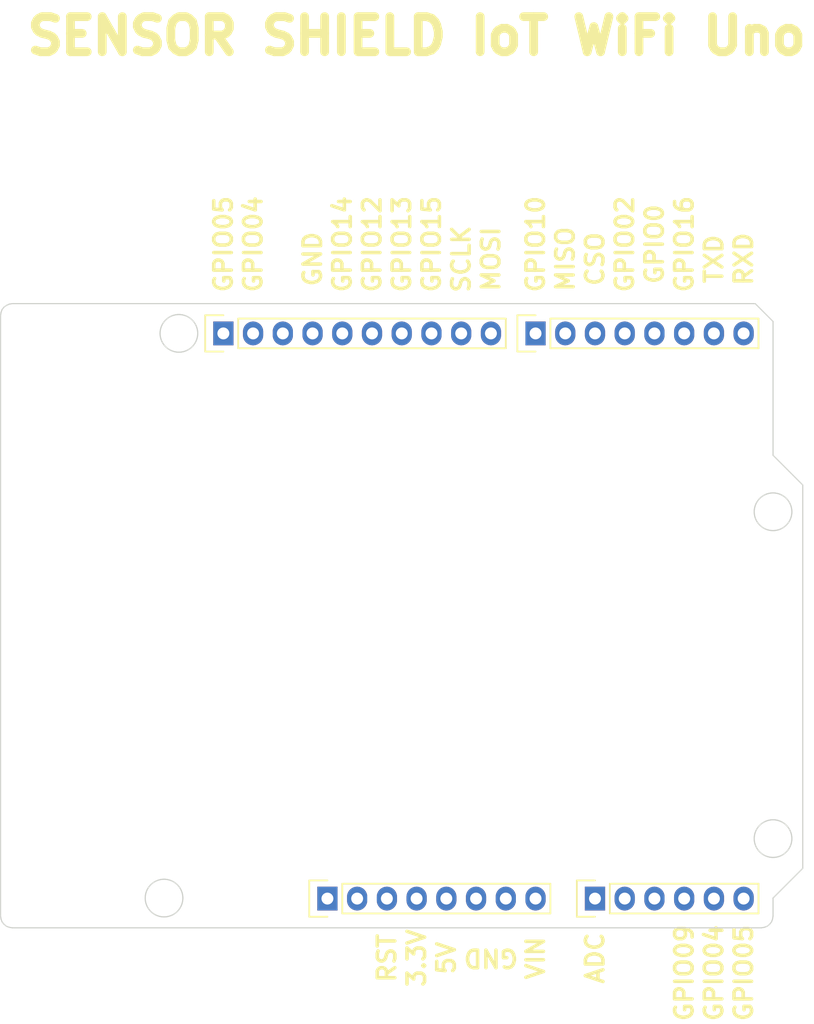
<source format=kicad_pcb>
(kicad_pcb (version 20160815) (host pcbnew no-vcs-found-7397~56~ubuntu16.04.1)

  (general
    (links 0)
    (no_connects 0)
    (area 109.186452 71.065504 177.821071 124.465506)
    (thickness 1.6)
    (drawings 778)
    (tracks 0)
    (zones 0)
    (modules 4)
    (nets 1)
  )

  (page A4)
  (layers
    (0 F.Cu signal)
    (31 B.Cu signal)
    (32 B.Adhes user)
    (33 F.Adhes user)
    (34 B.Paste user)
    (35 F.Paste user)
    (36 B.SilkS user)
    (37 F.SilkS user)
    (38 B.Mask user)
    (39 F.Mask user)
    (40 Dwgs.User user)
    (41 Cmts.User user)
    (42 Eco1.User user)
    (43 Eco2.User user)
    (44 Edge.Cuts user)
    (45 Margin user)
    (46 B.CrtYd user)
    (47 F.CrtYd user)
    (48 B.Fab user)
    (49 F.Fab user)
  )

  (setup
    (last_trace_width 0.25)
    (trace_clearance 0.2)
    (zone_clearance 0.508)
    (zone_45_only no)
    (trace_min 0.2)
    (segment_width 0.2)
    (edge_width 0.15)
    (via_size 0.8)
    (via_drill 0.4)
    (via_min_size 0.4)
    (via_min_drill 0.3)
    (uvia_size 0.3)
    (uvia_drill 0.1)
    (uvias_allowed no)
    (uvia_min_size 0.2)
    (uvia_min_drill 0.1)
    (pcb_text_width 0.3)
    (pcb_text_size 1.5 1.5)
    (mod_edge_width 0.15)
    (mod_text_size 1 1)
    (mod_text_width 0.15)
    (pad_size 1.524 1.524)
    (pad_drill 0.762)
    (pad_to_mask_clearance 0.2)
    (aux_axis_origin 0 0)
    (visible_elements FFFFFF7F)
    (pcbplotparams
      (layerselection 0x00030_ffffffff)
      (usegerberextensions false)
      (excludeedgelayer true)
      (linewidth 0.100000)
      (plotframeref false)
      (viasonmask false)
      (mode 1)
      (useauxorigin false)
      (hpglpennumber 1)
      (hpglpenspeed 20)
      (hpglpendiameter 15)
      (psnegative false)
      (psa4output false)
      (plotreference true)
      (plotvalue true)
      (plotinvisibletext false)
      (padsonsilk false)
      (subtractmaskfromsilk false)
      (outputformat 1)
      (mirror false)
      (drillshape 1)
      (scaleselection 1)
      (outputdirectory ""))
  )

  (net 0 "")

  (net_class Default "This is the default net class."
    (clearance 0.2)
    (trace_width 0.25)
    (via_dia 0.8)
    (via_drill 0.4)
    (uvia_dia 0.3)
    (uvia_drill 0.1)
    (diff_pair_gap 0.25)
    (diff_pair_width 0.2)
  )

  (module Pin_Headers:Pin_Header_Straight_1x10 (layer F.Cu) (tedit 58632E0C) (tstamp 58397755)
    (at 128.27 73.66 90)
    (descr "Through hole pin header")
    (tags "pin header")
    (path /58396A6A)
    (fp_text reference P1 (at 0 -5.1 90) (layer F.SilkS) hide
      (effects (font (size 1 1) (thickness 0.15)))
    )
    (fp_text value CONN_01X10 (at 0 -3.1 90) (layer F.Fab) hide
      (effects (font (size 1 1) (thickness 0.15)))
    )
    (fp_line (start -1.55 -1.55) (end 1.55 -1.55) (layer F.SilkS) (width 0.15))
    (fp_line (start -1.55 0) (end -1.55 -1.55) (layer F.SilkS) (width 0.15))
    (fp_line (start 1.27 1.27) (end -1.27 1.27) (layer F.SilkS) (width 0.15))
    (fp_line (start 1.55 -1.55) (end 1.55 0) (layer F.SilkS) (width 0.15))
    (fp_line (start -1.27 24.13) (end -1.27 1.27) (layer F.SilkS) (width 0.15))
    (fp_line (start 1.27 24.13) (end -1.27 24.13) (layer F.SilkS) (width 0.15))
    (fp_line (start 1.27 1.27) (end 1.27 24.13) (layer F.SilkS) (width 0.15))
    (fp_line (start -1.75 24.65) (end 1.75 24.65) (layer F.CrtYd) (width 0.05))
    (fp_line (start -1.75 -1.75) (end 1.75 -1.75) (layer F.CrtYd) (width 0.05))
    (fp_line (start 1.75 -1.75) (end 1.75 24.65) (layer F.CrtYd) (width 0.05))
    (fp_line (start -1.75 -1.75) (end -1.75 24.65) (layer F.CrtYd) (width 0.05))
    (pad 10 thru_hole oval (at 0 22.86 90) (size 2.032 1.7272) (drill 1.016) (layers *.Cu *.Mask))
    (pad 9 thru_hole oval (at 0 20.32 90) (size 2.032 1.7272) (drill 1.016) (layers *.Cu *.Mask))
    (pad 8 thru_hole oval (at 0 17.78 90) (size 2.032 1.7272) (drill 1.016) (layers *.Cu *.Mask))
    (pad 7 thru_hole oval (at 0 15.24 90) (size 2.032 1.7272) (drill 1.016) (layers *.Cu *.Mask))
    (pad 6 thru_hole oval (at 0 12.7 90) (size 2.032 1.7272) (drill 1.016) (layers *.Cu *.Mask))
    (pad 5 thru_hole oval (at 0 10.16 90) (size 2.032 1.7272) (drill 1.016) (layers *.Cu *.Mask))
    (pad 4 thru_hole oval (at 0 7.62 90) (size 2.032 1.7272) (drill 1.016) (layers *.Cu *.Mask))
    (pad 3 thru_hole oval (at 0 5.08 90) (size 2.032 1.7272) (drill 1.016) (layers *.Cu *.Mask))
    (pad 2 thru_hole oval (at 0 2.54 90) (size 2.032 1.7272) (drill 1.016) (layers *.Cu *.Mask))
    (pad 1 thru_hole rect (at 0 0 90) (size 2.032 1.7272) (drill 1.016) (layers *.Cu *.Mask))
    (model Pin_Headers.3dshapes/Pin_Header_Straight_1x10.wrl
      (at (xyz 0 -0.45 -0.07874015748031496))
      (scale (xyz 1 1 1))
      (rotate (xyz 0 180 90))
    )
  )

  (module Pin_Headers:Pin_Header_Straight_1x06 (layer F.Cu) (tedit 58632EEC) (tstamp 5839776A)
    (at 160.02 121.92 90)
    (descr "Through hole pin header")
    (tags "pin header")
    (path /58396A06)
    (fp_text reference P2 (at 0 -5.1 90) (layer F.SilkS) hide
      (effects (font (size 1 1) (thickness 0.15)))
    )
    (fp_text value CONN_01X06 (at 0 -3.1 90) (layer F.Fab) hide
      (effects (font (size 1 1) (thickness 0.15)))
    )
    (fp_line (start -1.55 -1.55) (end 1.55 -1.55) (layer F.SilkS) (width 0.15))
    (fp_line (start -1.55 0) (end -1.55 -1.55) (layer F.SilkS) (width 0.15))
    (fp_line (start 1.27 1.27) (end -1.27 1.27) (layer F.SilkS) (width 0.15))
    (fp_line (start 1.55 -1.55) (end 1.55 0) (layer F.SilkS) (width 0.15))
    (fp_line (start -1.27 13.97) (end -1.27 1.27) (layer F.SilkS) (width 0.15))
    (fp_line (start 1.27 13.97) (end -1.27 13.97) (layer F.SilkS) (width 0.15))
    (fp_line (start 1.27 1.27) (end 1.27 13.97) (layer F.SilkS) (width 0.15))
    (fp_line (start -1.75 14.45) (end 1.75 14.45) (layer F.CrtYd) (width 0.05))
    (fp_line (start -1.75 -1.75) (end 1.75 -1.75) (layer F.CrtYd) (width 0.05))
    (fp_line (start 1.75 -1.75) (end 1.75 14.45) (layer F.CrtYd) (width 0.05))
    (fp_line (start -1.75 -1.75) (end -1.75 14.45) (layer F.CrtYd) (width 0.05))
    (pad 6 thru_hole oval (at 0 12.7 90) (size 2.032 1.7272) (drill 1.016) (layers *.Cu *.Mask))
    (pad 5 thru_hole oval (at 0 10.16 90) (size 2.032 1.7272) (drill 1.016) (layers *.Cu *.Mask))
    (pad 4 thru_hole oval (at 0 7.62 90) (size 2.032 1.7272) (drill 1.016) (layers *.Cu *.Mask))
    (pad 3 thru_hole oval (at 0 5.08 90) (size 2.032 1.7272) (drill 1.016) (layers *.Cu *.Mask))
    (pad 2 thru_hole oval (at 0 2.54 90) (size 2.032 1.7272) (drill 1.016) (layers *.Cu *.Mask))
    (pad 1 thru_hole rect (at 0 0 90) (size 2.032 1.7272) (drill 1.016) (layers *.Cu *.Mask))
    (model Pin_Headers.3dshapes/Pin_Header_Straight_1x06.wrl
      (at (xyz 0 -0.25 -0.07874015748031496))
      (scale (xyz 1 1 1))
      (rotate (xyz 0 180 90))
    )
  )

  (module Pin_Headers:Pin_Header_Straight_1x08 (layer F.Cu) (tedit 58632E0F) (tstamp 58397781)
    (at 154.94 73.66 90)
    (descr "Through hole pin header")
    (tags "pin header")
    (path /583969A0)
    (fp_text reference P3 (at 0 -5.1 90) (layer F.SilkS) hide
      (effects (font (size 1 1) (thickness 0.15)))
    )
    (fp_text value CONN_01X08 (at 0 -3.1 90) (layer F.Fab) hide
      (effects (font (size 1 1) (thickness 0.15)))
    )
    (fp_line (start -1.55 -1.55) (end 1.55 -1.55) (layer F.SilkS) (width 0.15))
    (fp_line (start -1.55 0) (end -1.55 -1.55) (layer F.SilkS) (width 0.15))
    (fp_line (start 1.27 1.27) (end -1.27 1.27) (layer F.SilkS) (width 0.15))
    (fp_line (start 1.55 -1.55) (end 1.55 0) (layer F.SilkS) (width 0.15))
    (fp_line (start -1.27 19.05) (end -1.27 1.27) (layer F.SilkS) (width 0.15))
    (fp_line (start 1.27 19.05) (end -1.27 19.05) (layer F.SilkS) (width 0.15))
    (fp_line (start 1.27 1.27) (end 1.27 19.05) (layer F.SilkS) (width 0.15))
    (fp_line (start -1.75 19.55) (end 1.75 19.55) (layer F.CrtYd) (width 0.05))
    (fp_line (start -1.75 -1.75) (end 1.75 -1.75) (layer F.CrtYd) (width 0.05))
    (fp_line (start 1.75 -1.75) (end 1.75 19.55) (layer F.CrtYd) (width 0.05))
    (fp_line (start -1.75 -1.75) (end -1.75 19.55) (layer F.CrtYd) (width 0.05))
    (pad 8 thru_hole oval (at 0 17.78 90) (size 2.032 1.7272) (drill 1.016) (layers *.Cu *.Mask))
    (pad 7 thru_hole oval (at 0 15.24 90) (size 2.032 1.7272) (drill 1.016) (layers *.Cu *.Mask))
    (pad 6 thru_hole oval (at 0 12.7 90) (size 2.032 1.7272) (drill 1.016) (layers *.Cu *.Mask))
    (pad 5 thru_hole oval (at 0 10.16 90) (size 2.032 1.7272) (drill 1.016) (layers *.Cu *.Mask))
    (pad 4 thru_hole oval (at 0 7.62 90) (size 2.032 1.7272) (drill 1.016) (layers *.Cu *.Mask))
    (pad 3 thru_hole oval (at 0 5.08 90) (size 2.032 1.7272) (drill 1.016) (layers *.Cu *.Mask))
    (pad 2 thru_hole oval (at 0 2.54 90) (size 2.032 1.7272) (drill 1.016) (layers *.Cu *.Mask))
    (pad 1 thru_hole rect (at 0 0 90) (size 2.032 1.7272) (drill 1.016) (layers *.Cu *.Mask))
    (model Pin_Headers.3dshapes/Pin_Header_Straight_1x08.wrl
      (at (xyz 0 -0.35 -0.07874015748031496))
      (scale (xyz 1 1 1))
      (rotate (xyz 0 180 90))
    )
  )

  (module Pin_Headers:Pin_Header_Straight_1x08 (layer F.Cu) (tedit 58632E08) (tstamp 58397798)
    (at 137.16 121.92 90)
    (descr "Through hole pin header")
    (tags "pin header")
    (path /583969E0)
    (fp_text reference P4 (at 0 -5.1 90) (layer F.SilkS) hide
      (effects (font (size 1 1) (thickness 0.15)))
    )
    (fp_text value CONN_01X08 (at 0 -3.1 90) (layer F.Fab) hide
      (effects (font (size 1 1) (thickness 0.15)))
    )
    (fp_line (start -1.75 -1.75) (end -1.75 19.55) (layer F.CrtYd) (width 0.05))
    (fp_line (start 1.75 -1.75) (end 1.75 19.55) (layer F.CrtYd) (width 0.05))
    (fp_line (start -1.75 -1.75) (end 1.75 -1.75) (layer F.CrtYd) (width 0.05))
    (fp_line (start -1.75 19.55) (end 1.75 19.55) (layer F.CrtYd) (width 0.05))
    (fp_line (start 1.27 1.27) (end 1.27 19.05) (layer F.SilkS) (width 0.15))
    (fp_line (start 1.27 19.05) (end -1.27 19.05) (layer F.SilkS) (width 0.15))
    (fp_line (start -1.27 19.05) (end -1.27 1.27) (layer F.SilkS) (width 0.15))
    (fp_line (start 1.55 -1.55) (end 1.55 0) (layer F.SilkS) (width 0.15))
    (fp_line (start 1.27 1.27) (end -1.27 1.27) (layer F.SilkS) (width 0.15))
    (fp_line (start -1.55 0) (end -1.55 -1.55) (layer F.SilkS) (width 0.15))
    (fp_line (start -1.55 -1.55) (end 1.55 -1.55) (layer F.SilkS) (width 0.15))
    (pad 1 thru_hole rect (at 0 0 90) (size 2.032 1.7272) (drill 1.016) (layers *.Cu *.Mask))
    (pad 2 thru_hole oval (at 0 2.54 90) (size 2.032 1.7272) (drill 1.016) (layers *.Cu *.Mask))
    (pad 3 thru_hole oval (at 0 5.08 90) (size 2.032 1.7272) (drill 1.016) (layers *.Cu *.Mask))
    (pad 4 thru_hole oval (at 0 7.62 90) (size 2.032 1.7272) (drill 1.016) (layers *.Cu *.Mask))
    (pad 5 thru_hole oval (at 0 10.16 90) (size 2.032 1.7272) (drill 1.016) (layers *.Cu *.Mask))
    (pad 6 thru_hole oval (at 0 12.7 90) (size 2.032 1.7272) (drill 1.016) (layers *.Cu *.Mask))
    (pad 7 thru_hole oval (at 0 15.24 90) (size 2.032 1.7272) (drill 1.016) (layers *.Cu *.Mask))
    (pad 8 thru_hole oval (at 0 17.78 90) (size 2.032 1.7272) (drill 1.016) (layers *.Cu *.Mask))
    (model Pin_Headers.3dshapes/Pin_Header_Straight_1x08.wrl
      (at (xyz 0 -0.35 -0.07874015748031496))
      (scale (xyz 1 1 1))
      (rotate (xyz 0 180 90))
    )
  )

  (gr_text GPIO05 (at 172.72 128.27 90) (layer F.SilkS)
    (effects (font (size 1.5 1.5) (thickness 0.3)))
  )
  (gr_text GPIO04 (at 170.18 128.27 90) (layer F.SilkS)
    (effects (font (size 1.5 1.5) (thickness 0.3)))
  )
  (gr_text GPIO09 (at 167.64 128.27 90) (layer F.SilkS)
    (effects (font (size 1.5 1.5) (thickness 0.3)))
  )
  (gr_text ADC (at 160.02 127 90) (layer F.SilkS)
    (effects (font (size 1.5 1.5) (thickness 0.3)))
  )
  (gr_text VIN (at 154.94 127 90) (layer F.SilkS)
    (effects (font (size 1.5 1.5) (thickness 0.3)))
  )
  (gr_text GND (at 151.13 127 180) (layer F.SilkS)
    (effects (font (size 1.5 1.5) (thickness 0.3)))
  )
  (gr_text 5V (at 147.32 127 90) (layer F.SilkS)
    (effects (font (size 1.5 1.5) (thickness 0.3)))
  )
  (gr_text 3.3V (at 144.78 127 90) (layer F.SilkS)
    (effects (font (size 1.5 1.5) (thickness 0.3)))
  )
  (gr_text RST (at 142.24 127 90) (layer F.SilkS)
    (effects (font (size 1.5 1.5) (thickness 0.3)))
  )
  (gr_text RXD (at 172.72 67.31 90) (layer F.SilkS)
    (effects (font (size 1.5 1.5) (thickness 0.3)))
  )
  (gr_text TXD (at 170.18 67.31 90) (layer F.SilkS)
    (effects (font (size 1.5 1.5) (thickness 0.3)))
  )
  (gr_text GPIO16 (at 167.64 66.04 90) (layer F.SilkS)
    (effects (font (size 1.5 1.5) (thickness 0.3)))
  )
  (gr_text GPIO0 (at 165.1 66.04 90) (layer F.SilkS)
    (effects (font (size 1.5 1.5) (thickness 0.3)))
  )
  (gr_text GPIO02 (at 162.56 66.04 90) (layer F.SilkS)
    (effects (font (size 1.5 1.5) (thickness 0.3)))
  )
  (gr_text CSO (at 160.02 67.31 90) (layer F.SilkS)
    (effects (font (size 1.5 1.5) (thickness 0.3)))
  )
  (gr_text MOSI (at 151.13 67.31 90) (layer F.SilkS)
    (effects (font (size 1.5 1.5) (thickness 0.3)))
  )
  (gr_text GPIO10 (at 154.94 66.04 90) (layer F.SilkS)
    (effects (font (size 1.5 1.5) (thickness 0.3)))
  )
  (gr_text MISO (at 157.48 67.31 90) (layer F.SilkS)
    (effects (font (size 1.5 1.5) (thickness 0.3)))
  )
  (gr_text SCLK (at 148.59 67.31 90) (layer F.SilkS)
    (effects (font (size 1.5 1.5) (thickness 0.3)))
  )
  (gr_text GPIO15 (at 146.05 66.04 90) (layer F.SilkS)
    (effects (font (size 1.5 1.5) (thickness 0.3)))
  )
  (gr_text GPIO13 (at 143.51 66.04 90) (layer F.SilkS)
    (effects (font (size 1.5 1.5) (thickness 0.3)))
  )
  (gr_text "GPIO12\n" (at 140.97 66.04 90) (layer F.SilkS)
    (effects (font (size 1.5 1.5) (thickness 0.3)))
  )
  (gr_text "GPIO14\n" (at 138.43 66.04 90) (layer F.SilkS)
    (effects (font (size 1.5 1.5) (thickness 0.3)))
  )
  (gr_text "GND\n" (at 135.89 67.31 90) (layer F.SilkS)
    (effects (font (size 1.5 1.5) (thickness 0.3)))
  )
  (gr_text "GPIO04\n" (at 130.81 66.04 90) (layer F.SilkS)
    (effects (font (size 1.5 1.5) (thickness 0.3)))
  )
  (gr_text GPIO05 (at 128.27 66.04 90) (layer F.SilkS)
    (effects (font (size 1.5 1.5) (thickness 0.3)))
  )
  (gr_text "SENSOR SHIELD IoT WiFi Uno" (at 144.78 48.26) (layer F.SilkS)
    (effects (font (size 3 3) (thickness 0.75)))
  )
  (gr_line (start 123.547013 72.338515) (end 123.501974 72.371317) (layer Edge.Cuts) (width 0.1))
  (gr_line (start 123.593161 72.307293) (end 123.547013 72.338515) (layer Edge.Cuts) (width 0.1))
  (gr_line (start 123.640363 72.277688) (end 123.593161 72.307293) (layer Edge.Cuts) (width 0.1))
  (gr_line (start 123.688562 72.249737) (end 123.640363 72.277688) (layer Edge.Cuts) (width 0.1))
  (gr_line (start 123.7377 72.223471) (end 123.688562 72.249737) (layer Edge.Cuts) (width 0.1))
  (gr_line (start 123.78772 72.198924) (end 123.7377 72.223471) (layer Edge.Cuts) (width 0.1))
  (gr_line (start 123.838559 72.176125) (end 123.78772 72.198924) (layer Edge.Cuts) (width 0.1))
  (gr_line (start 124.800808 122.044494) (end 124.8057 121.988577) (layer Edge.Cuts) (width 0.1))
  (gr_line (start 124.793967 122.100206) (end 124.800808 122.044494) (layer Edge.Cuts) (width 0.1))
  (gr_line (start 124.785186 122.155645) (end 124.793967 122.100206) (layer Edge.Cuts) (width 0.1))
  (gr_line (start 124.774476 122.210744) (end 124.785186 122.155645) (layer Edge.Cuts) (width 0.1))
  (gr_line (start 124.76185 122.265436) (end 124.774476 122.210744) (layer Edge.Cuts) (width 0.1))
  (gr_line (start 124.747322 122.319654) (end 124.76185 122.265436) (layer Edge.Cuts) (width 0.1))
  (gr_line (start 124.730911 122.373332) (end 124.747322 122.319654) (layer Edge.Cuts) (width 0.1))
  (gr_line (start 124.712637 122.426404) (end 124.730911 122.373332) (layer Edge.Cuts) (width 0.1))
  (gr_line (start 124.692521 122.478806) (end 124.712637 122.426404) (layer Edge.Cuts) (width 0.1))
  (gr_line (start 124.67059 122.530474) (end 124.692521 122.478806) (layer Edge.Cuts) (width 0.1))
  (gr_line (start 124.646868 122.581346) (end 124.67059 122.530474) (layer Edge.Cuts) (width 0.1))
  (gr_line (start 124.621385 122.631358) (end 124.646868 122.581346) (layer Edge.Cuts) (width 0.1))
  (gr_line (start 124.594173 122.680451) (end 124.621385 122.631358) (layer Edge.Cuts) (width 0.1))
  (gr_line (start 124.565263 122.728564) (end 124.594173 122.680451) (layer Edge.Cuts) (width 0.1))
  (gr_line (start 124.534693 122.775639) (end 124.565263 122.728564) (layer Edge.Cuts) (width 0.1))
  (gr_line (start 124.502497 122.821618) (end 124.534693 122.775639) (layer Edge.Cuts) (width 0.1))
  (gr_line (start 124.468717 122.866446) (end 124.502497 122.821618) (layer Edge.Cuts) (width 0.1))
  (gr_line (start 124.433393 122.910068) (end 124.468717 122.866446) (layer Edge.Cuts) (width 0.1))
  (gr_line (start 124.396569 122.95243) (end 124.433393 122.910068) (layer Edge.Cuts) (width 0.1))
  (gr_line (start 124.358288 122.993481) (end 124.396569 122.95243) (layer Edge.Cuts) (width 0.1))
  (gr_line (start 126.079168 73.654608) (end 126.078203 73.598898) (layer Edge.Cuts) (width 0.1))
  (gr_line (start 126.078189 73.710729) (end 126.079168 73.654608) (layer Edge.Cuts) (width 0.1))
  (gr_line (start 126.075251 73.766783) (end 126.078189 73.710729) (layer Edge.Cuts) (width 0.1))
  (gr_line (start 126.070359 73.8227) (end 126.075251 73.766783) (layer Edge.Cuts) (width 0.1))
  (gr_line (start 126.063518 73.878412) (end 126.070359 73.8227) (layer Edge.Cuts) (width 0.1))
  (gr_line (start 126.054738 73.933851) (end 126.063518 73.878412) (layer Edge.Cuts) (width 0.1))
  (gr_line (start 126.044028 73.98895) (end 126.054738 73.933851) (layer Edge.Cuts) (width 0.1))
  (gr_line (start 175.455771 90.481673) (end 175.51121 90.472892) (layer Edge.Cuts) (width 0.1))
  (gr_line (start 175.400059 90.488514) (end 175.455771 90.481673) (layer Edge.Cuts) (width 0.1))
  (gr_line (start 175.344142 90.493406) (end 175.400059 90.488514) (layer Edge.Cuts) (width 0.1))
  (gr_line (start 175.288089 90.496343) (end 175.344142 90.493406) (layer Edge.Cuts) (width 0.1))
  (gr_line (start 176.744492 116.252075) (end 176.724665 116.200004) (layer Edge.Cuts) (width 0.1))
  (gr_line (start 176.762503 116.304801) (end 176.744492 116.252075) (layer Edge.Cuts) (width 0.1))
  (gr_line (start 176.778677 116.358119) (end 176.762503 116.304801) (layer Edge.Cuts) (width 0.1))
  (gr_line (start 176.792995 116.411966) (end 176.778677 116.358119) (layer Edge.Cuts) (width 0.1))
  (gr_line (start 176.805438 116.466277) (end 176.792995 116.411966) (layer Edge.Cuts) (width 0.1))
  (gr_line (start 176.815992 116.520986) (end 176.805438 116.466277) (layer Edge.Cuts) (width 0.1))
  (gr_line (start 176.824645 116.576027) (end 176.815992 116.520986) (layer Edge.Cuts) (width 0.1))
  (gr_line (start 176.831385 116.631336) (end 176.824645 116.576027) (layer Edge.Cuts) (width 0.1))
  (gr_line (start 176.836206 116.686844) (end 176.831385 116.631336) (layer Edge.Cuts) (width 0.1))
  (gr_line (start 176.8391 116.742487) (end 176.836206 116.686844) (layer Edge.Cuts) (width 0.1))
  (gr_line (start 176.840066 116.798196) (end 176.8391 116.742487) (layer Edge.Cuts) (width 0.1))
  (gr_line (start 123.890158 72.1551) (end 123.838559 72.176125) (layer Edge.Cuts) (width 0.1))
  (gr_line (start 123.942454 72.135876) (end 123.890158 72.1551) (layer Edge.Cuts) (width 0.1))
  (gr_line (start 123.995384 72.118475) (end 123.942454 72.135876) (layer Edge.Cuts) (width 0.1))
  (gr_line (start 124.048886 72.102917) (end 123.995384 72.118475) (layer Edge.Cuts) (width 0.1))
  (gr_line (start 124.102895 72.089223) (end 124.048886 72.102917) (layer Edge.Cuts) (width 0.1))
  (gr_line (start 124.157345 72.077408) (end 124.102895 72.089223) (layer Edge.Cuts) (width 0.1))
  (gr_line (start 124.212173 72.067486) (end 124.157345 72.077408) (layer Edge.Cuts) (width 0.1))
  (gr_line (start 124.656392 72.057223) (end 124.600943 72.051762) (layer Edge.Cuts) (width 0.1))
  (gr_line (start 124.711619 72.064602) (end 124.656392 72.057223) (layer Edge.Cuts) (width 0.1))
  (gr_line (start 124.766557 72.07389) (end 124.711619 72.064602) (layer Edge.Cuts) (width 0.1))
  (gr_line (start 124.821141 72.085075) (end 124.766557 72.07389) (layer Edge.Cuts) (width 0.1))
  (gr_line (start 124.875304 72.098145) (end 124.821141 72.085075) (layer Edge.Cuts) (width 0.1))
  (gr_line (start 124.928982 72.113083) (end 124.875304 72.098145) (layer Edge.Cuts) (width 0.1))
  (gr_line (start 124.98211 72.129872) (end 124.928982 72.113083) (layer Edge.Cuts) (width 0.1))
  (gr_line (start 123.624515 75.02184) (end 123.672388 75.050347) (layer Edge.Cuts) (width 0.1))
  (gr_line (start 123.577658 74.991693) (end 123.624515 75.02184) (layer Edge.Cuts) (width 0.1))
  (gr_line (start 123.531874 74.95994) (end 123.577658 74.991693) (layer Edge.Cuts) (width 0.1))
  (gr_line (start 123.487217 74.926619) (end 123.531874 74.95994) (layer Edge.Cuts) (width 0.1))
  (gr_line (start 123.443741 74.891772) (end 123.487217 74.926619) (layer Edge.Cuts) (width 0.1))
  (gr_line (start 123.401499 74.85544) (end 123.443741 74.891772) (layer Edge.Cuts) (width 0.1))
  (gr_line (start 123.36054 74.817666) (end 123.401499 74.85544) (layer Edge.Cuts) (width 0.1))
  (gr_line (start 123.320915 74.778496) (end 123.36054 74.817666) (layer Edge.Cuts) (width 0.1))
  (gr_line (start 125.702945 74.688273) (end 125.738269 74.644652) (layer Edge.Cuts) (width 0.1))
  (gr_line (start 125.66612 74.730635) (end 125.702945 74.688273) (layer Edge.Cuts) (width 0.1))
  (gr_line (start 125.627839 74.771687) (end 125.66612 74.730635) (layer Edge.Cuts) (width 0.1))
  (gr_line (start 125.588149 74.811377) (end 125.627839 74.771687) (layer Edge.Cuts) (width 0.1))
  (gr_line (start 125.547098 74.849658) (end 125.588149 74.811377) (layer Edge.Cuts) (width 0.1))
  (gr_line (start 125.504736 74.886482) (end 125.547098 74.849658) (layer Edge.Cuts) (width 0.1))
  (gr_line (start 174.53185 118.24589) (end 174.582422 118.269275) (layer Edge.Cuts) (width 0.1))
  (gr_line (start 174.482117 118.220767) (end 174.53185 118.24589) (layer Edge.Cuts) (width 0.1))
  (gr_line (start 174.433285 118.193936) (end 174.482117 118.220767) (layer Edge.Cuts) (width 0.1))
  (gr_line (start 174.385412 118.165429) (end 174.433285 118.193936) (layer Edge.Cuts) (width 0.1))
  (gr_line (start 174.338555 118.135281) (end 174.385412 118.165429) (layer Edge.Cuts) (width 0.1))
  (gr_line (start 174.292771 118.103528) (end 174.338555 118.135281) (layer Edge.Cuts) (width 0.1))
  (gr_line (start 174.248114 118.070208) (end 174.292771 118.103528) (layer Edge.Cuts) (width 0.1))
  (gr_line (start 174.204638 118.035361) (end 174.248114 118.070208) (layer Edge.Cuts) (width 0.1))
  (gr_line (start 174.162396 117.999029) (end 174.204638 118.035361) (layer Edge.Cuts) (width 0.1))
  (gr_line (start 174.121438 117.961255) (end 174.162396 117.999029) (layer Edge.Cuts) (width 0.1))
  (gr_line (start 174.081812 117.922085) (end 174.121438 117.961255) (layer Edge.Cuts) (width 0.1))
  (gr_line (start 174.043568 117.881565) (end 174.081812 117.922085) (layer Edge.Cuts) (width 0.1))
  (gr_line (start 174.00675 117.839745) (end 174.043568 117.881565) (layer Edge.Cuts) (width 0.1))
  (gr_line (start 173.971403 117.796675) (end 174.00675 117.839745) (layer Edge.Cuts) (width 0.1))
  (gr_line (start 173.937569 117.752406) (end 173.971403 117.796675) (layer Edge.Cuts) (width 0.1))
  (gr_line (start 173.90529 117.706991) (end 173.937569 117.752406) (layer Edge.Cuts) (width 0.1))
  (gr_line (start 173.874603 117.660486) (end 173.90529 117.706991) (layer Edge.Cuts) (width 0.1))
  (gr_line (start 173.845545 117.612945) (end 173.874603 117.660486) (layer Edge.Cuts) (width 0.1))
  (gr_line (start 173.818152 117.564426) (end 173.845545 117.612945) (layer Edge.Cuts) (width 0.1))
  (gr_line (start 173.792456 117.514987) (end 173.818152 117.564426) (layer Edge.Cuts) (width 0.1))
  (gr_line (start 173.768488 117.464688) (end 173.792456 117.514987) (layer Edge.Cuts) (width 0.1))
  (gr_line (start 175.176258 118.405329) (end 175.231967 118.406295) (layer Edge.Cuts) (width 0.1))
  (gr_line (start 175.120615 118.402435) (end 175.176258 118.405329) (layer Edge.Cuts) (width 0.1))
  (gr_line (start 175.065107 118.397614) (end 175.120615 118.402435) (layer Edge.Cuts) (width 0.1))
  (gr_line (start 175.009798 118.390874) (end 175.065107 118.397614) (layer Edge.Cuts) (width 0.1))
  (gr_line (start 174.954756 118.382221) (end 175.009798 118.390874) (layer Edge.Cuts) (width 0.1))
  (gr_line (start 174.900047 118.371667) (end 174.954756 118.382221) (layer Edge.Cuts) (width 0.1))
  (gr_line (start 174.845737 118.359224) (end 174.900047 118.371667) (layer Edge.Cuts) (width 0.1))
  (gr_line (start 174.79189 118.344907) (end 174.845737 118.359224) (layer Edge.Cuts) (width 0.1))
  (gr_line (start 174.738572 118.328733) (end 174.79189 118.344907) (layer Edge.Cuts) (width 0.1))
  (gr_line (start 174.685845 118.310721) (end 174.738572 118.328733) (layer Edge.Cuts) (width 0.1))
  (gr_line (start 174.633775 118.290894) (end 174.685845 118.310721) (layer Edge.Cuts) (width 0.1))
  (gr_line (start 174.582422 118.269275) (end 174.633775 118.290894) (layer Edge.Cuts) (width 0.1))
  (gr_line (start 109.236453 72.131146) (end 109.278771 71.856076) (layer Edge.Cuts) (width 0.1))
  (gr_line (start 109.278771 71.856076) (end 109.363408 71.623325) (layer Edge.Cuts) (width 0.1))
  (gr_line (start 109.363408 71.623325) (end 109.532682 71.411733) (layer Edge.Cuts) (width 0.1))
  (gr_line (start 109.532682 71.411733) (end 109.744274 71.263619) (layer Edge.Cuts) (width 0.1))
  (gr_line (start 109.744274 71.263619) (end 109.977025 71.157823) (layer Edge.Cuts) (width 0.1))
  (gr_line (start 124.732055 121.383006) (end 124.714043 121.33028) (layer Edge.Cuts) (width 0.1))
  (gr_line (start 125.379865 72.32793) (end 125.333359 72.297243) (layer Edge.Cuts) (width 0.1))
  (gr_line (start 125.425279 72.36021) (end 125.379865 72.32793) (layer Edge.Cuts) (width 0.1))
  (gr_line (start 125.469549 72.394044) (end 125.425279 72.36021) (layer Edge.Cuts) (width 0.1))
  (gr_line (start 125.512619 72.429391) (end 125.469549 72.394044) (layer Edge.Cuts) (width 0.1))
  (gr_line (start 125.554439 72.466208) (end 125.512619 72.429391) (layer Edge.Cuts) (width 0.1))
  (gr_line (start 125.594958 72.504453) (end 125.554439 72.466208) (layer Edge.Cuts) (width 0.1))
  (gr_line (start 125.634128 72.544078) (end 125.594958 72.504453) (layer Edge.Cuts) (width 0.1))
  (gr_line (start 174.935738 124.119276) (end 174.724147 124.28855) (layer Edge.Cuts) (width 0.1))
  (gr_line (start 174.724147 124.28855) (end 174.491395 124.373186) (layer Edge.Cuts) (width 0.1))
  (gr_line (start 174.491395 124.373186) (end 174.237485 124.415505) (layer Edge.Cuts) (width 0.1))
  (gr_line (start 174.237485 124.415505) (end 110.230935 124.415505) (layer Edge.Cuts) (width 0.1))
  (gr_line (start 110.230935 124.415505) (end 109.977025 124.373186) (layer Edge.Cuts) (width 0.1))
  (gr_line (start 124.785543 121.599191) (end 124.774989 121.544482) (layer Edge.Cuts) (width 0.1))
  (gr_line (start 124.794196 121.654233) (end 124.785543 121.599191) (layer Edge.Cuts) (width 0.1))
  (gr_line (start 124.800937 121.709541) (end 124.794196 121.654233) (layer Edge.Cuts) (width 0.1))
  (gr_line (start 124.805757 121.76505) (end 124.800937 121.709541) (layer Edge.Cuts) (width 0.1))
  (gr_line (start 124.808652 121.820693) (end 124.805757 121.76505) (layer Edge.Cuts) (width 0.1))
  (gr_line (start 126.032097 73.268377) (end 126.01778 73.21453) (layer Edge.Cuts) (width 0.1))
  (gr_line (start 126.044541 73.322688) (end 126.032097 73.268377) (layer Edge.Cuts) (width 0.1))
  (gr_line (start 126.055095 73.377397) (end 126.044541 73.322688) (layer Edge.Cuts) (width 0.1))
  (gr_line (start 126.063747 73.432439) (end 126.055095 73.377397) (layer Edge.Cuts) (width 0.1))
  (gr_line (start 126.070488 73.487747) (end 126.063747 73.432439) (layer Edge.Cuts) (width 0.1))
  (gr_line (start 126.075308 73.543256) (end 126.070488 73.487747) (layer Edge.Cuts) (width 0.1))
  (gr_line (start 126.078203 73.598898) (end 126.075308 73.543256) (layer Edge.Cuts) (width 0.1))
  (gr_line (start 124.639162 75.253897) (end 124.694874 75.247056) (layer Edge.Cuts) (width 0.1))
  (gr_line (start 123.039934 72.921238) (end 123.015387 72.971257) (layer Edge.Cuts) (width 0.1))
  (gr_line (start 123.066199 72.8721) (end 123.039934 72.921238) (layer Edge.Cuts) (width 0.1))
  (gr_line (start 123.094151 72.8239) (end 123.066199 72.8721) (layer Edge.Cuts) (width 0.1))
  (gr_line (start 123.123755 72.776698) (end 123.094151 72.8239) (layer Edge.Cuts) (width 0.1))
  (gr_line (start 123.154977 72.73055) (end 123.123755 72.776698) (layer Edge.Cuts) (width 0.1))
  (gr_line (start 123.187779 72.685512) (end 123.154977 72.73055) (layer Edge.Cuts) (width 0.1))
  (gr_line (start 123.222122 72.641636) (end 123.187779 72.685512) (layer Edge.Cuts) (width 0.1))
  (gr_line (start 124.694874 75.247056) (end 124.750313 75.238275) (layer Edge.Cuts) (width 0.1))
  (gr_line (start 125.073474 75.14561) (end 125.125142 75.123679) (layer Edge.Cuts) (width 0.1))
  (gr_line (start 175.898459 87.425746) (end 175.84736 87.403535) (layer Edge.Cuts) (width 0.1))
  (gr_line (start 175.948758 87.449714) (end 175.898459 87.425746) (layer Edge.Cuts) (width 0.1))
  (gr_line (start 175.998197 87.475409) (end 175.948758 87.449714) (layer Edge.Cuts) (width 0.1))
  (gr_line (start 176.046716 87.502803) (end 175.998197 87.475409) (layer Edge.Cuts) (width 0.1))
  (gr_line (start 176.094257 87.53186) (end 176.046716 87.502803) (layer Edge.Cuts) (width 0.1))
  (gr_line (start 176.140762 87.562547) (end 176.094257 87.53186) (layer Edge.Cuts) (width 0.1))
  (gr_line (start 176.186177 87.594827) (end 176.140762 87.562547) (layer Edge.Cuts) (width 0.1))
  (gr_line (start 176.230446 87.628661) (end 176.186177 87.594827) (layer Edge.Cuts) (width 0.1))
  (gr_line (start 176.273516 87.664007) (end 176.230446 87.628661) (layer Edge.Cuts) (width 0.1))
  (gr_line (start 176.315336 87.700825) (end 176.273516 87.664007) (layer Edge.Cuts) (width 0.1))
  (gr_line (start 176.355855 87.73907) (end 176.315336 87.700825) (layer Edge.Cuts) (width 0.1))
  (gr_line (start 176.395026 87.778695) (end 176.355855 87.73907) (layer Edge.Cuts) (width 0.1))
  (gr_line (start 176.4328 87.819653) (end 176.395026 87.778695) (layer Edge.Cuts) (width 0.1))
  (gr_line (start 176.469132 87.861896) (end 176.4328 87.819653) (layer Edge.Cuts) (width 0.1))
  (gr_line (start 176.503979 87.905372) (end 176.469132 87.861896) (layer Edge.Cuts) (width 0.1))
  (gr_line (start 176.537299 87.950028) (end 176.503979 87.905372) (layer Edge.Cuts) (width 0.1))
  (gr_line (start 176.569052 87.995813) (end 176.537299 87.950028) (layer Edge.Cuts) (width 0.1))
  (gr_line (start 176.5992 88.04267) (end 176.569052 87.995813) (layer Edge.Cuts) (width 0.1))
  (gr_line (start 176.627706 88.090543) (end 176.5992 88.04267) (layer Edge.Cuts) (width 0.1))
  (gr_line (start 176.654537 88.139375) (end 176.627706 88.090543) (layer Edge.Cuts) (width 0.1))
  (gr_line (start 122.905685 73.286432) (end 122.89387 73.340883) (layer Edge.Cuts) (width 0.1))
  (gr_line (start 122.91938 73.232424) (end 122.905685 73.286432) (layer Edge.Cuts) (width 0.1))
  (gr_line (start 122.934937 73.178922) (end 122.91938 73.232424) (layer Edge.Cuts) (width 0.1))
  (gr_line (start 122.952338 73.125991) (end 122.934937 73.178922) (layer Edge.Cuts) (width 0.1))
  (gr_line (start 122.971563 73.073695) (end 122.952338 73.125991) (layer Edge.Cuts) (width 0.1))
  (gr_line (start 122.992587 73.022097) (end 122.971563 73.073695) (layer Edge.Cuts) (width 0.1))
  (gr_line (start 123.015387 72.971257) (end 122.992587 73.022097) (layer Edge.Cuts) (width 0.1))
  (gr_line (start 125.461114 74.921806) (end 125.504736 74.886482) (layer Edge.Cuts) (width 0.1))
  (gr_line (start 173.915875 87.965167) (end 173.884652 88.011315) (layer Edge.Cuts) (width 0.1))
  (gr_line (start 173.948677 87.920128) (end 173.915875 87.965167) (layer Edge.Cuts) (width 0.1))
  (gr_line (start 173.983019 87.876253) (end 173.948677 87.920128) (layer Edge.Cuts) (width 0.1))
  (gr_line (start 174.018861 87.833594) (end 173.983019 87.876253) (layer Edge.Cuts) (width 0.1))
  (gr_line (start 174.05616 87.792202) (end 174.018861 87.833594) (layer Edge.Cuts) (width 0.1))
  (gr_line (start 174.09487 87.752127) (end 174.05616 87.792202) (layer Edge.Cuts) (width 0.1))
  (gr_line (start 174.134945 87.713417) (end 174.09487 87.752127) (layer Edge.Cuts) (width 0.1))
  (gr_line (start 174.176337 87.676119) (end 174.134945 87.713417) (layer Edge.Cuts) (width 0.1))
  (gr_line (start 174.218996 87.640277) (end 174.176337 87.676119) (layer Edge.Cuts) (width 0.1))
  (gr_line (start 174.262871 87.605934) (end 174.218996 87.640277) (layer Edge.Cuts) (width 0.1))
  (gr_line (start 174.30791 87.573132) (end 174.262871 87.605934) (layer Edge.Cuts) (width 0.1))
  (gr_line (start 174.354058 87.54191) (end 174.30791 87.573132) (layer Edge.Cuts) (width 0.1))
  (gr_line (start 174.40126 87.512305) (end 174.354058 87.54191) (layer Edge.Cuts) (width 0.1))
  (gr_line (start 174.449459 87.484353) (end 174.40126 87.512305) (layer Edge.Cuts) (width 0.1))
  (gr_line (start 174.498598 87.458088) (end 174.449459 87.484353) (layer Edge.Cuts) (width 0.1))
  (gr_line (start 174.548617 87.433541) (end 174.498598 87.458088) (layer Edge.Cuts) (width 0.1))
  (gr_line (start 174.599456 87.410742) (end 174.548617 87.433541) (layer Edge.Cuts) (width 0.1))
  (gr_line (start 174.651055 87.389717) (end 174.599456 87.410742) (layer Edge.Cuts) (width 0.1))
  (gr_line (start 174.703351 87.370493) (end 174.651055 87.389717) (layer Edge.Cuts) (width 0.1))
  (gr_line (start 174.756282 87.353091) (end 174.703351 87.370493) (layer Edge.Cuts) (width 0.1))
  (gr_line (start 173.629121 89.019097) (end 173.634583 89.074547) (layer Edge.Cuts) (width 0.1))
  (gr_line (start 173.625584 88.963492) (end 173.629121 89.019097) (layer Edge.Cuts) (width 0.1))
  (gr_line (start 173.623976 88.907797) (end 173.625584 88.963492) (layer Edge.Cuts) (width 0.1))
  (gr_line (start 173.624297 88.852081) (end 173.623976 88.907797) (layer Edge.Cuts) (width 0.1))
  (gr_line (start 173.626549 88.796409) (end 173.624297 88.852081) (layer Edge.Cuts) (width 0.1))
  (gr_line (start 173.630728 88.740848) (end 173.626549 88.796409) (layer Edge.Cuts) (width 0.1))
  (gr_line (start 173.63683 88.685465) (end 173.630728 88.740848) (layer Edge.Cuts) (width 0.1))
  (gr_line (start 173.644846 88.630327) (end 173.63683 88.685465) (layer Edge.Cuts) (width 0.1))
  (gr_line (start 173.654768 88.5755) (end 173.644846 88.630327) (layer Edge.Cuts) (width 0.1))
  (gr_line (start 173.666583 88.521049) (end 173.654768 88.5755) (layer Edge.Cuts) (width 0.1))
  (gr_line (start 173.680277 88.467041) (end 173.666583 88.521049) (layer Edge.Cuts) (width 0.1))
  (gr_line (start 173.695834 88.413539) (end 173.680277 88.467041) (layer Edge.Cuts) (width 0.1))
  (gr_line (start 173.713235 88.360608) (end 173.695834 88.413539) (layer Edge.Cuts) (width 0.1))
  (gr_line (start 173.73246 88.308312) (end 173.713235 88.360608) (layer Edge.Cuts) (width 0.1))
  (gr_line (start 173.753484 88.256713) (end 173.73246 88.308312) (layer Edge.Cuts) (width 0.1))
  (gr_line (start 173.776284 88.205874) (end 173.753484 88.256713) (layer Edge.Cuts) (width 0.1))
  (gr_line (start 173.800831 88.155855) (end 173.776284 88.205874) (layer Edge.Cuts) (width 0.1))
  (gr_line (start 173.827096 88.106716) (end 173.800831 88.155855) (layer Edge.Cuts) (width 0.1))
  (gr_line (start 173.855048 88.058517) (end 173.827096 88.106716) (layer Edge.Cuts) (width 0.1))
  (gr_line (start 173.884652 88.011315) (end 173.855048 88.058517) (layer Edge.Cuts) (width 0.1))
  (gr_line (start 175.065107 90.488643) (end 175.120615 90.493463) (layer Edge.Cuts) (width 0.1))
  (gr_line (start 175.009798 90.481902) (end 175.065107 90.488643) (layer Edge.Cuts) (width 0.1))
  (gr_line (start 174.954756 90.473249) (end 175.009798 90.481902) (layer Edge.Cuts) (width 0.1))
  (gr_line (start 174.900047 90.462695) (end 174.954756 90.473249) (layer Edge.Cuts) (width 0.1))
  (gr_line (start 174.845737 90.450252) (end 174.900047 90.462695) (layer Edge.Cuts) (width 0.1))
  (gr_line (start 174.79189 90.435935) (end 174.845737 90.450252) (layer Edge.Cuts) (width 0.1))
  (gr_line (start 174.738572 90.419761) (end 174.79189 90.435935) (layer Edge.Cuts) (width 0.1))
  (gr_line (start 174.685845 90.401749) (end 174.738572 90.419761) (layer Edge.Cuts) (width 0.1))
  (gr_line (start 174.633775 90.381922) (end 174.685845 90.401749) (layer Edge.Cuts) (width 0.1))
  (gr_line (start 174.582422 90.360303) (end 174.633775 90.381922) (layer Edge.Cuts) (width 0.1))
  (gr_line (start 174.53185 90.336918) (end 174.582422 90.360303) (layer Edge.Cuts) (width 0.1))
  (gr_line (start 174.482117 90.311795) (end 174.53185 90.336918) (layer Edge.Cuts) (width 0.1))
  (gr_line (start 174.433285 90.284964) (end 174.482117 90.311795) (layer Edge.Cuts) (width 0.1))
  (gr_line (start 174.385412 90.256457) (end 174.433285 90.284964) (layer Edge.Cuts) (width 0.1))
  (gr_line (start 174.338555 90.22631) (end 174.385412 90.256457) (layer Edge.Cuts) (width 0.1))
  (gr_line (start 174.292771 90.194556) (end 174.338555 90.22631) (layer Edge.Cuts) (width 0.1))
  (gr_line (start 174.248114 90.161236) (end 174.292771 90.194556) (layer Edge.Cuts) (width 0.1))
  (gr_line (start 174.204638 90.126389) (end 174.248114 90.161236) (layer Edge.Cuts) (width 0.1))
  (gr_line (start 174.162396 90.090057) (end 174.204638 90.126389) (layer Edge.Cuts) (width 0.1))
  (gr_line (start 174.121438 90.052283) (end 174.162396 90.090057) (layer Edge.Cuts) (width 0.1))
  (gr_line (start 174.809783 87.337534) (end 174.756282 87.353091) (layer Edge.Cuts) (width 0.1))
  (gr_line (start 174.863792 87.32384) (end 174.809783 87.337534) (layer Edge.Cuts) (width 0.1))
  (gr_line (start 174.918243 87.312025) (end 174.863792 87.32384) (layer Edge.Cuts) (width 0.1))
  (gr_line (start 174.97307 87.302103) (end 174.918243 87.312025) (layer Edge.Cuts) (width 0.1))
  (gr_line (start 175.028208 87.294087) (end 174.97307 87.302103) (layer Edge.Cuts) (width 0.1))
  (gr_line (start 175.08359 87.287986) (end 175.028208 87.294087) (layer Edge.Cuts) (width 0.1))
  (gr_line (start 175.139151 87.283807) (end 175.08359 87.287986) (layer Edge.Cuts) (width 0.1))
  (gr_line (start 175.194823 87.281555) (end 175.139151 87.283807) (layer Edge.Cuts) (width 0.1))
  (gr_line (start 175.25054 87.281233) (end 175.194823 87.281555) (layer Edge.Cuts) (width 0.1))
  (gr_line (start 175.306235 87.282842) (end 175.25054 87.281233) (layer Edge.Cuts) (width 0.1))
  (gr_line (start 175.36184 87.286379) (end 175.306235 87.282842) (layer Edge.Cuts) (width 0.1))
  (gr_line (start 175.417289 87.29184) (end 175.36184 87.286379) (layer Edge.Cuts) (width 0.1))
  (gr_line (start 175.472516 87.299219) (end 175.417289 87.29184) (layer Edge.Cuts) (width 0.1))
  (gr_line (start 175.527454 87.308507) (end 175.472516 87.299219) (layer Edge.Cuts) (width 0.1))
  (gr_line (start 175.582038 87.319692) (end 175.527454 87.308507) (layer Edge.Cuts) (width 0.1))
  (gr_line (start 175.636201 87.332762) (end 175.582038 87.319692) (layer Edge.Cuts) (width 0.1))
  (gr_line (start 175.689879 87.3477) (end 175.636201 87.332762) (layer Edge.Cuts) (width 0.1))
  (gr_line (start 175.743007 87.364489) (end 175.689879 87.3477) (layer Edge.Cuts) (width 0.1))
  (gr_line (start 175.795522 87.383108) (end 175.743007 87.364489) (layer Edge.Cuts) (width 0.1))
  (gr_line (start 175.84736 87.403535) (end 175.795522 87.383108) (layer Edge.Cuts) (width 0.1))
  (gr_line (start 124.805412 75.227565) (end 124.860104 75.214939) (layer Edge.Cuts) (width 0.1))
  (gr_line (start 173.713235 116.26958) (end 173.695834 116.322511) (layer Edge.Cuts) (width 0.1))
  (gr_line (start 173.73246 116.217284) (end 173.713235 116.26958) (layer Edge.Cuts) (width 0.1))
  (gr_line (start 173.753484 116.165685) (end 173.73246 116.217284) (layer Edge.Cuts) (width 0.1))
  (gr_line (start 173.776284 116.114846) (end 173.753484 116.165685) (layer Edge.Cuts) (width 0.1))
  (gr_line (start 173.800831 116.064827) (end 173.776284 116.114846) (layer Edge.Cuts) (width 0.1))
  (gr_line (start 173.827096 116.015688) (end 173.800831 116.064827) (layer Edge.Cuts) (width 0.1))
  (gr_line (start 173.855048 115.967489) (end 173.827096 116.015688) (layer Edge.Cuts) (width 0.1))
  (gr_line (start 173.884652 115.920287) (end 173.855048 115.967489) (layer Edge.Cuts) (width 0.1))
  (gr_line (start 173.915875 115.874139) (end 173.884652 115.920287) (layer Edge.Cuts) (width 0.1))
  (gr_line (start 173.948677 115.8291) (end 173.915875 115.874139) (layer Edge.Cuts) (width 0.1))
  (gr_line (start 173.983019 115.785225) (end 173.948677 115.8291) (layer Edge.Cuts) (width 0.1))
  (gr_line (start 174.018861 115.742566) (end 173.983019 115.785225) (layer Edge.Cuts) (width 0.1))
  (gr_line (start 174.05616 115.701174) (end 174.018861 115.742566) (layer Edge.Cuts) (width 0.1))
  (gr_line (start 174.09487 115.661099) (end 174.05616 115.701174) (layer Edge.Cuts) (width 0.1))
  (gr_line (start 174.134945 115.622389) (end 174.09487 115.661099) (layer Edge.Cuts) (width 0.1))
  (gr_line (start 174.176337 115.585091) (end 174.134945 115.622389) (layer Edge.Cuts) (width 0.1))
  (gr_line (start 174.218996 115.549248) (end 174.176337 115.585091) (layer Edge.Cuts) (width 0.1))
  (gr_line (start 174.262871 115.514906) (end 174.218996 115.549248) (layer Edge.Cuts) (width 0.1))
  (gr_line (start 174.30791 115.482104) (end 174.262871 115.514906) (layer Edge.Cuts) (width 0.1))
  (gr_line (start 174.354058 115.450882) (end 174.30791 115.482104) (layer Edge.Cuts) (width 0.1))
  (gr_line (start 174.40126 115.421277) (end 174.354058 115.450882) (layer Edge.Cuts) (width 0.1))
  (gr_line (start 175.621001 90.449556) (end 175.675219 90.435028) (layer Edge.Cuts) (width 0.1))
  (gr_line (start 176.724665 88.291032) (end 176.703046 88.23968) (layer Edge.Cuts) (width 0.1))
  (gr_line (start 176.744492 88.343103) (end 176.724665 88.291032) (layer Edge.Cuts) (width 0.1))
  (gr_line (start 176.762503 88.395829) (end 176.744492 88.343103) (layer Edge.Cuts) (width 0.1))
  (gr_line (start 176.778677 88.449147) (end 176.762503 88.395829) (layer Edge.Cuts) (width 0.1))
  (gr_line (start 176.792995 88.502994) (end 176.778677 88.449147) (layer Edge.Cuts) (width 0.1))
  (gr_line (start 176.805438 88.557305) (end 176.792995 88.502994) (layer Edge.Cuts) (width 0.1))
  (gr_line (start 176.815992 88.612014) (end 176.805438 88.557305) (layer Edge.Cuts) (width 0.1))
  (gr_line (start 176.824645 88.667055) (end 176.815992 88.612014) (layer Edge.Cuts) (width 0.1))
  (gr_line (start 176.831385 88.722364) (end 176.824645 88.667055) (layer Edge.Cuts) (width 0.1))
  (gr_line (start 176.836206 88.777873) (end 176.831385 88.722364) (layer Edge.Cuts) (width 0.1))
  (gr_line (start 176.8391 88.833515) (end 176.836206 88.777873) (layer Edge.Cuts) (width 0.1))
  (gr_line (start 176.627706 115.999515) (end 176.5992 115.951641) (layer Edge.Cuts) (width 0.1))
  (gr_line (start 176.654537 116.048347) (end 176.627706 115.999515) (layer Edge.Cuts) (width 0.1))
  (gr_line (start 175.105012 123.907684) (end 174.935738 124.119276) (layer Edge.Cuts) (width 0.1))
  (gr_line (start 123.257964 72.598977) (end 123.222122 72.641636) (layer Edge.Cuts) (width 0.1))
  (gr_line (start 123.295262 72.557585) (end 123.257964 72.598977) (layer Edge.Cuts) (width 0.1))
  (gr_line (start 123.333972 72.51751) (end 123.295262 72.557585) (layer Edge.Cuts) (width 0.1))
  (gr_line (start 123.374047 72.4788) (end 123.333972 72.51751) (layer Edge.Cuts) (width 0.1))
  (gr_line (start 123.415439 72.441502) (end 123.374047 72.4788) (layer Edge.Cuts) (width 0.1))
  (gr_line (start 123.458099 72.40566) (end 123.415439 72.441502) (layer Edge.Cuts) (width 0.1))
  (gr_line (start 123.501974 72.371317) (end 123.458099 72.40566) (layer Edge.Cuts) (width 0.1))
  (gr_line (start 125.323232 75.018352) (end 125.370307 74.987782) (layer Edge.Cuts) (width 0.1))
  (gr_line (start 176.703046 116.148651) (end 176.679661 116.098079) (layer Edge.Cuts) (width 0.1))
  (gr_line (start 125.671902 72.585036) (end 125.634128 72.544078) (layer Edge.Cuts) (width 0.1))
  (gr_line (start 125.708235 72.627279) (end 125.671902 72.585036) (layer Edge.Cuts) (width 0.1))
  (gr_line (start 125.743082 72.670755) (end 125.708235 72.627279) (layer Edge.Cuts) (width 0.1))
  (gr_line (start 125.776402 72.715411) (end 125.743082 72.670755) (layer Edge.Cuts) (width 0.1))
  (gr_line (start 125.808155 72.761196) (end 125.776402 72.715411) (layer Edge.Cuts) (width 0.1))
  (gr_line (start 125.838303 72.808053) (end 125.808155 72.761196) (layer Edge.Cuts) (width 0.1))
  (gr_line (start 125.866809 72.855926) (end 125.838303 72.808053) (layer Edge.Cuts) (width 0.1))
  (gr_line (start 125.125142 75.123679) (end 125.176014 75.099957) (layer Edge.Cuts) (width 0.1))
  (gr_line (start 176.532946 89.834441) (end 176.565141 89.788462) (layer Edge.Cuts) (width 0.1))
  (gr_line (start 176.499166 89.879269) (end 176.532946 89.834441) (layer Edge.Cuts) (width 0.1))
  (gr_line (start 176.463842 89.92289) (end 176.499166 89.879269) (layer Edge.Cuts) (width 0.1))
  (gr_line (start 176.427017 89.965252) (end 176.463842 89.92289) (layer Edge.Cuts) (width 0.1))
  (gr_line (start 176.388736 90.006304) (end 176.427017 89.965252) (layer Edge.Cuts) (width 0.1))
  (gr_line (start 176.349046 90.045994) (end 176.388736 90.006304) (layer Edge.Cuts) (width 0.1))
  (gr_line (start 176.307995 90.084275) (end 176.349046 90.045994) (layer Edge.Cuts) (width 0.1))
  (gr_line (start 176.265633 90.121099) (end 176.307995 90.084275) (layer Edge.Cuts) (width 0.1))
  (gr_line (start 176.222011 90.156423) (end 176.265633 90.121099) (layer Edge.Cuts) (width 0.1))
  (gr_line (start 176.177184 90.190203) (end 176.222011 90.156423) (layer Edge.Cuts) (width 0.1))
  (gr_line (start 176.131204 90.222399) (end 176.177184 90.190203) (layer Edge.Cuts) (width 0.1))
  (gr_line (start 176.084129 90.252969) (end 176.131204 90.222399) (layer Edge.Cuts) (width 0.1))
  (gr_line (start 176.036016 90.281879) (end 176.084129 90.252969) (layer Edge.Cuts) (width 0.1))
  (gr_line (start 175.986924 90.309091) (end 176.036016 90.281879) (layer Edge.Cuts) (width 0.1))
  (gr_line (start 175.936911 90.334574) (end 175.986924 90.309091) (layer Edge.Cuts) (width 0.1))
  (gr_line (start 175.88604 90.358296) (end 175.936911 90.334574) (layer Edge.Cuts) (width 0.1))
  (gr_line (start 175.834371 90.380227) (end 175.88604 90.358296) (layer Edge.Cuts) (width 0.1))
  (gr_line (start 175.781969 90.400343) (end 175.834371 90.380227) (layer Edge.Cuts) (width 0.1))
  (gr_line (start 175.728897 90.418617) (end 175.781969 90.400343) (layer Edge.Cuts) (width 0.1))
  (gr_line (start 175.675219 90.435028) (end 175.728897 90.418617) (layer Edge.Cuts) (width 0.1))
  (gr_line (start 176.463842 117.831862) (end 176.499166 117.788241) (layer Edge.Cuts) (width 0.1))
  (gr_line (start 176.427017 117.874224) (end 176.463842 117.831862) (layer Edge.Cuts) (width 0.1))
  (gr_line (start 176.388736 117.915275) (end 176.427017 117.874224) (layer Edge.Cuts) (width 0.1))
  (gr_line (start 176.349046 117.954966) (end 176.388736 117.915275) (layer Edge.Cuts) (width 0.1))
  (gr_line (start 176.307995 117.993246) (end 176.349046 117.954966) (layer Edge.Cuts) (width 0.1))
  (gr_line (start 176.265633 118.030071) (end 176.307995 117.993246) (layer Edge.Cuts) (width 0.1))
  (gr_line (start 176.222011 118.065395) (end 176.265633 118.030071) (layer Edge.Cuts) (width 0.1))
  (gr_line (start 176.177184 118.099175) (end 176.222011 118.065395) (layer Edge.Cuts) (width 0.1))
  (gr_line (start 176.131204 118.13137) (end 176.177184 118.099175) (layer Edge.Cuts) (width 0.1))
  (gr_line (start 176.084129 118.161941) (end 176.131204 118.13137) (layer Edge.Cuts) (width 0.1))
  (gr_line (start 176.036016 118.19085) (end 176.084129 118.161941) (layer Edge.Cuts) (width 0.1))
  (gr_line (start 175.986924 118.218063) (end 176.036016 118.19085) (layer Edge.Cuts) (width 0.1))
  (gr_line (start 175.936911 118.243546) (end 175.986924 118.218063) (layer Edge.Cuts) (width 0.1))
  (gr_line (start 175.88604 118.267267) (end 175.936911 118.243546) (layer Edge.Cuts) (width 0.1))
  (gr_line (start 175.834371 118.289199) (end 175.88604 118.267267) (layer Edge.Cuts) (width 0.1))
  (gr_line (start 175.781969 118.309315) (end 175.834371 118.289199) (layer Edge.Cuts) (width 0.1))
  (gr_line (start 175.728897 118.327589) (end 175.781969 118.309315) (layer Edge.Cuts) (width 0.1))
  (gr_line (start 175.675219 118.344) (end 175.728897 118.327589) (layer Edge.Cuts) (width 0.1))
  (gr_line (start 175.621001 118.358527) (end 175.675219 118.344) (layer Edge.Cuts) (width 0.1))
  (gr_line (start 175.56631 118.371154) (end 175.621001 118.358527) (layer Edge.Cuts) (width 0.1))
  (gr_line (start 175.51121 118.381864) (end 175.56631 118.371154) (layer Edge.Cuts) (width 0.1))
  (gr_line (start 124.748229 121.436325) (end 124.732055 121.383006) (layer Edge.Cuts) (width 0.1))
  (gr_line (start 123.201519 123.4845) (end 123.25764 123.483521) (layer Edge.Cuts) (width 0.1))
  (gr_line (start 121.598673 122.006275) (end 121.604134 122.061724) (layer Edge.Cuts) (width 0.1))
  (gr_line (start 121.595136 121.950669) (end 121.598673 122.006275) (layer Edge.Cuts) (width 0.1))
  (gr_line (start 121.593527 121.894975) (end 121.595136 121.950669) (layer Edge.Cuts) (width 0.1))
  (gr_line (start 121.593849 121.839258) (end 121.593527 121.894975) (layer Edge.Cuts) (width 0.1))
  (gr_line (start 121.596101 121.783586) (end 121.593849 121.839258) (layer Edge.Cuts) (width 0.1))
  (gr_line (start 121.60028 121.728025) (end 121.596101 121.783586) (layer Edge.Cuts) (width 0.1))
  (gr_line (start 121.606381 121.672643) (end 121.60028 121.728025) (layer Edge.Cuts) (width 0.1))
  (gr_line (start 121.614397 121.617505) (end 121.606381 121.672643) (layer Edge.Cuts) (width 0.1))
  (gr_line (start 121.624319 121.562677) (end 121.614397 121.617505) (layer Edge.Cuts) (width 0.1))
  (gr_line (start 121.636134 121.508227) (end 121.624319 121.562677) (layer Edge.Cuts) (width 0.1))
  (gr_line (start 121.649828 121.454218) (end 121.636134 121.508227) (layer Edge.Cuts) (width 0.1))
  (gr_line (start 121.665385 121.400716) (end 121.649828 121.454218) (layer Edge.Cuts) (width 0.1))
  (gr_line (start 121.682787 121.347786) (end 121.665385 121.400716) (layer Edge.Cuts) (width 0.1))
  (gr_line (start 121.702011 121.29549) (end 121.682787 121.347786) (layer Edge.Cuts) (width 0.1))
  (gr_line (start 121.723036 121.243891) (end 121.702011 121.29549) (layer Edge.Cuts) (width 0.1))
  (gr_line (start 121.745835 121.193052) (end 121.723036 121.243891) (layer Edge.Cuts) (width 0.1))
  (gr_line (start 121.770382 121.143032) (end 121.745835 121.193052) (layer Edge.Cuts) (width 0.1))
  (gr_line (start 121.796647 121.093894) (end 121.770382 121.143032) (layer Edge.Cuts) (width 0.1))
  (gr_line (start 121.824599 121.045695) (end 121.796647 121.093894) (layer Edge.Cuts) (width 0.1))
  (gr_line (start 121.854204 120.998493) (end 121.824599 121.045695) (layer Edge.Cuts) (width 0.1))
  (gr_line (start 121.885426 120.952345) (end 121.854204 120.998493) (layer Edge.Cuts) (width 0.1))
  (gr_line (start 175.582038 115.228664) (end 175.527454 115.217479) (layer Edge.Cuts) (width 0.1))
  (gr_line (start 175.636201 115.241734) (end 175.582038 115.228664) (layer Edge.Cuts) (width 0.1))
  (gr_line (start 175.689879 115.256672) (end 175.636201 115.241734) (layer Edge.Cuts) (width 0.1))
  (gr_line (start 175.743007 115.27346) (end 175.689879 115.256672) (layer Edge.Cuts) (width 0.1))
  (gr_line (start 175.795522 115.29208) (end 175.743007 115.27346) (layer Edge.Cuts) (width 0.1))
  (gr_line (start 175.84736 115.312507) (end 175.795522 115.29208) (layer Edge.Cuts) (width 0.1))
  (gr_line (start 175.898459 115.334718) (end 175.84736 115.312507) (layer Edge.Cuts) (width 0.1))
  (gr_line (start 175.948758 115.358685) (end 175.898459 115.334718) (layer Edge.Cuts) (width 0.1))
  (gr_line (start 175.998197 115.384381) (end 175.948758 115.358685) (layer Edge.Cuts) (width 0.1))
  (gr_line (start 176.046716 115.411774) (end 175.998197 115.384381) (layer Edge.Cuts) (width 0.1))
  (gr_line (start 176.094257 115.440832) (end 176.046716 115.411774) (layer Edge.Cuts) (width 0.1))
  (gr_line (start 176.140762 115.471519) (end 176.094257 115.440832) (layer Edge.Cuts) (width 0.1))
  (gr_line (start 176.186177 115.503799) (end 176.140762 115.471519) (layer Edge.Cuts) (width 0.1))
  (gr_line (start 176.230446 115.537632) (end 176.186177 115.503799) (layer Edge.Cuts) (width 0.1))
  (gr_line (start 176.273516 115.572979) (end 176.230446 115.537632) (layer Edge.Cuts) (width 0.1))
  (gr_line (start 176.315336 115.609797) (end 176.273516 115.572979) (layer Edge.Cuts) (width 0.1))
  (gr_line (start 176.355855 115.648042) (end 176.315336 115.609797) (layer Edge.Cuts) (width 0.1))
  (gr_line (start 176.395026 115.687667) (end 176.355855 115.648042) (layer Edge.Cuts) (width 0.1))
  (gr_line (start 176.4328 115.728625) (end 176.395026 115.687667) (layer Edge.Cuts) (width 0.1))
  (gr_line (start 176.469132 115.770868) (end 176.4328 115.728625) (layer Edge.Cuts) (width 0.1))
  (gr_line (start 176.503979 115.814343) (end 176.469132 115.770868) (layer Edge.Cuts) (width 0.1))
  (gr_line (start 123.25764 123.483521) (end 123.313694 123.480583) (layer Edge.Cuts) (width 0.1))
  (gr_line (start 175.176258 90.496358) (end 175.231967 90.497323) (layer Edge.Cuts) (width 0.1))
  (gr_line (start 175.120615 90.493463) (end 175.176258 90.496358) (layer Edge.Cuts) (width 0.1))
  (gr_line (start 125.416286 74.955587) (end 125.461114 74.921806) (layer Edge.Cuts) (width 0.1))
  (gr_line (start 123.057255 74.420837) (end 123.084648 74.469356) (layer Edge.Cuts) (width 0.1))
  (gr_line (start 123.031559 74.371399) (end 123.057255 74.420837) (layer Edge.Cuts) (width 0.1))
  (gr_line (start 123.007591 74.3211) (end 123.031559 74.371399) (layer Edge.Cuts) (width 0.1))
  (gr_line (start 122.98538 74.27) (end 123.007591 74.3211) (layer Edge.Cuts) (width 0.1))
  (gr_line (start 122.964953 74.218162) (end 122.98538 74.27) (layer Edge.Cuts) (width 0.1))
  (gr_line (start 122.946334 74.165647) (end 122.964953 74.218162) (layer Edge.Cuts) (width 0.1))
  (gr_line (start 122.929545 74.112519) (end 122.946334 74.165647) (layer Edge.Cuts) (width 0.1))
  (gr_line (start 122.863079 73.673181) (end 122.864687 73.728875) (layer Edge.Cuts) (width 0.1))
  (gr_line (start 122.8634 73.617464) (end 122.863079 73.673181) (layer Edge.Cuts) (width 0.1))
  (gr_line (start 122.865652 73.561792) (end 122.8634 73.617464) (layer Edge.Cuts) (width 0.1))
  (gr_line (start 122.869831 73.506231) (end 122.865652 73.561792) (layer Edge.Cuts) (width 0.1))
  (gr_line (start 122.875932 73.450848) (end 122.869831 73.506231) (layer Edge.Cuts) (width 0.1))
  (gr_line (start 122.883949 73.39571) (end 122.875932 73.450848) (layer Edge.Cuts) (width 0.1))
  (gr_line (start 122.89387 73.340883) (end 122.883949 73.39571) (layer Edge.Cuts) (width 0.1))
  (gr_line (start 125.176014 75.099957) (end 125.226026 75.074474) (layer Edge.Cuts) (width 0.1))
  (gr_line (start 123.282671 74.737977) (end 123.320915 74.778496) (layer Edge.Cuts) (width 0.1))
  (gr_line (start 123.245853 74.696157) (end 123.282671 74.737977) (layer Edge.Cuts) (width 0.1))
  (gr_line (start 123.210506 74.653086) (end 123.245853 74.696157) (layer Edge.Cuts) (width 0.1))
  (gr_line (start 123.176672 74.608817) (end 123.210506 74.653086) (layer Edge.Cuts) (width 0.1))
  (gr_line (start 123.144393 74.563403) (end 123.176672 74.608817) (layer Edge.Cuts) (width 0.1))
  (gr_line (start 123.113706 74.516897) (end 123.144393 74.563403) (layer Edge.Cuts) (width 0.1))
  (gr_line (start 123.084648 74.469356) (end 123.113706 74.516897) (layer Edge.Cuts) (width 0.1))
  (gr_line (start 125.021072 75.165726) (end 125.073474 75.14561) (layer Edge.Cuts) (width 0.1))
  (gr_line (start 121.918228 120.907306) (end 121.885426 120.952345) (layer Edge.Cuts) (width 0.1))
  (gr_line (start 121.952571 120.863431) (end 121.918228 120.907306) (layer Edge.Cuts) (width 0.1))
  (gr_line (start 121.988413 120.820771) (end 121.952571 120.863431) (layer Edge.Cuts) (width 0.1))
  (gr_line (start 122.025711 120.779379) (end 121.988413 120.820771) (layer Edge.Cuts) (width 0.1))
  (gr_line (start 122.064421 120.739304) (end 122.025711 120.779379) (layer Edge.Cuts) (width 0.1))
  (gr_line (start 122.104496 120.700595) (end 122.064421 120.739304) (layer Edge.Cuts) (width 0.1))
  (gr_line (start 122.145888 120.663296) (end 122.104496 120.700595) (layer Edge.Cuts) (width 0.1))
  (gr_line (start 122.188547 120.627454) (end 122.145888 120.663296) (layer Edge.Cuts) (width 0.1))
  (gr_line (start 122.232423 120.593111) (end 122.188547 120.627454) (layer Edge.Cuts) (width 0.1))
  (gr_line (start 122.277461 120.560309) (end 122.232423 120.593111) (layer Edge.Cuts) (width 0.1))
  (gr_line (start 122.323609 120.529087) (end 122.277461 120.560309) (layer Edge.Cuts) (width 0.1))
  (gr_line (start 122.370811 120.499483) (end 122.323609 120.529087) (layer Edge.Cuts) (width 0.1))
  (gr_line (start 122.41901 120.471531) (end 122.370811 120.499483) (layer Edge.Cuts) (width 0.1))
  (gr_line (start 122.468149 120.445266) (end 122.41901 120.471531) (layer Edge.Cuts) (width 0.1))
  (gr_line (start 122.518168 120.420719) (end 122.468149 120.445266) (layer Edge.Cuts) (width 0.1))
  (gr_line (start 122.569007 120.397919) (end 122.518168 120.420719) (layer Edge.Cuts) (width 0.1))
  (gr_line (start 122.620606 120.376895) (end 122.569007 120.397919) (layer Edge.Cuts) (width 0.1))
  (gr_line (start 122.672902 120.35767) (end 122.620606 120.376895) (layer Edge.Cuts) (width 0.1))
  (gr_line (start 122.725833 120.340269) (end 122.672902 120.35767) (layer Edge.Cuts) (width 0.1))
  (gr_line (start 122.779335 120.324712) (end 122.725833 120.340269) (layer Edge.Cuts) (width 0.1))
  (gr_line (start 122.833343 120.311017) (end 122.779335 120.324712) (layer Edge.Cuts) (width 0.1))
  (gr_line (start 124.809617 121.876402) (end 124.808652 121.820693) (layer Edge.Cuts) (width 0.1))
  (gr_line (start 124.774989 121.544482) (end 124.762546 121.490172) (layer Edge.Cuts) (width 0.1))
  (gr_line (start 109.236453 123.421023) (end 109.236453 72.131146) (layer Edge.Cuts) (width 0.1))
  (gr_line (start 176.569052 115.904785) (end 176.537299 115.859) (layer Edge.Cuts) (width 0.1))
  (gr_line (start 173.746278 117.413589) (end 173.768488 117.464688) (layer Edge.Cuts) (width 0.1))
  (gr_line (start 173.72585 117.361751) (end 173.746278 117.413589) (layer Edge.Cuts) (width 0.1))
  (gr_line (start 173.707231 117.309236) (end 173.72585 117.361751) (layer Edge.Cuts) (width 0.1))
  (gr_line (start 173.690442 117.256108) (end 173.707231 117.309236) (layer Edge.Cuts) (width 0.1))
  (gr_line (start 173.675504 117.20243) (end 173.690442 117.256108) (layer Edge.Cuts) (width 0.1))
  (gr_line (start 173.662435 117.148267) (end 173.675504 117.20243) (layer Edge.Cuts) (width 0.1))
  (gr_line (start 173.651249 117.093684) (end 173.662435 117.148267) (layer Edge.Cuts) (width 0.1))
  (gr_line (start 173.641962 117.038745) (end 173.651249 117.093684) (layer Edge.Cuts) (width 0.1))
  (gr_line (start 173.634583 116.983518) (end 173.641962 117.038745) (layer Edge.Cuts) (width 0.1))
  (gr_line (start 173.629121 116.928069) (end 173.634583 116.983518) (layer Edge.Cuts) (width 0.1))
  (gr_line (start 173.625584 116.872464) (end 173.629121 116.928069) (layer Edge.Cuts) (width 0.1))
  (gr_line (start 173.623976 116.816769) (end 173.625584 116.872464) (layer Edge.Cuts) (width 0.1))
  (gr_line (start 173.624297 116.761053) (end 173.623976 116.816769) (layer Edge.Cuts) (width 0.1))
  (gr_line (start 173.626549 116.70538) (end 173.624297 116.761053) (layer Edge.Cuts) (width 0.1))
  (gr_line (start 173.630728 116.64982) (end 173.626549 116.70538) (layer Edge.Cuts) (width 0.1))
  (gr_line (start 173.63683 116.594437) (end 173.630728 116.64982) (layer Edge.Cuts) (width 0.1))
  (gr_line (start 173.644846 116.539299) (end 173.63683 116.594437) (layer Edge.Cuts) (width 0.1))
  (gr_line (start 173.654768 116.484472) (end 173.644846 116.539299) (layer Edge.Cuts) (width 0.1))
  (gr_line (start 173.666583 116.430021) (end 173.654768 116.484472) (layer Edge.Cuts) (width 0.1))
  (gr_line (start 173.680277 116.376013) (end 173.666583 116.430021) (layer Edge.Cuts) (width 0.1))
  (gr_line (start 173.695834 116.322511) (end 173.680277 116.376013) (layer Edge.Cuts) (width 0.1))
  (gr_line (start 124.318598 123.033171) (end 124.358288 122.993481) (layer Edge.Cuts) (width 0.1))
  (gr_line (start 124.277546 123.071452) (end 124.318598 123.033171) (layer Edge.Cuts) (width 0.1))
  (gr_line (start 124.235184 123.108277) (end 124.277546 123.071452) (layer Edge.Cuts) (width 0.1))
  (gr_line (start 124.191563 123.143601) (end 124.235184 123.108277) (layer Edge.Cuts) (width 0.1))
  (gr_line (start 124.146735 123.177381) (end 124.191563 123.143601) (layer Edge.Cuts) (width 0.1))
  (gr_line (start 124.100756 123.209576) (end 124.146735 123.177381) (layer Edge.Cuts) (width 0.1))
  (gr_line (start 124.053681 123.240147) (end 124.100756 123.209576) (layer Edge.Cuts) (width 0.1))
  (gr_line (start 124.005568 123.269056) (end 124.053681 123.240147) (layer Edge.Cuts) (width 0.1))
  (gr_line (start 123.956475 123.296269) (end 124.005568 123.269056) (layer Edge.Cuts) (width 0.1))
  (gr_line (start 123.906462 123.321751) (end 123.956475 123.296269) (layer Edge.Cuts) (width 0.1))
  (gr_line (start 123.855591 123.345473) (end 123.906462 123.321751) (layer Edge.Cuts) (width 0.1))
  (gr_line (start 123.803923 123.367405) (end 123.855591 123.345473) (layer Edge.Cuts) (width 0.1))
  (gr_line (start 123.751521 123.38752) (end 123.803923 123.367405) (layer Edge.Cuts) (width 0.1))
  (gr_line (start 123.698448 123.405794) (end 123.751521 123.38752) (layer Edge.Cuts) (width 0.1))
  (gr_line (start 123.644771 123.422205) (end 123.698448 123.405794) (layer Edge.Cuts) (width 0.1))
  (gr_line (start 123.590553 123.436733) (end 123.644771 123.422205) (layer Edge.Cuts) (width 0.1))
  (gr_line (start 123.535861 123.44936) (end 123.590553 123.436733) (layer Edge.Cuts) (width 0.1))
  (gr_line (start 123.480762 123.46007) (end 123.535861 123.44936) (layer Edge.Cuts) (width 0.1))
  (gr_line (start 123.425323 123.46885) (end 123.480762 123.46007) (layer Edge.Cuts) (width 0.1))
  (gr_line (start 123.369611 123.475691) (end 123.425323 123.46885) (layer Edge.Cuts) (width 0.1))
  (gr_line (start 123.313694 123.480583) (end 123.369611 123.475691) (layer Edge.Cuts) (width 0.1))
  (gr_line (start 126.031401 74.043642) (end 126.044028 73.98895) (layer Edge.Cuts) (width 0.1))
  (gr_line (start 126.016873 74.09786) (end 126.031401 74.043642) (layer Edge.Cuts) (width 0.1))
  (gr_line (start 126.000462 74.151537) (end 126.016873 74.09786) (layer Edge.Cuts) (width 0.1))
  (gr_line (start 125.982188 74.20461) (end 126.000462 74.151537) (layer Edge.Cuts) (width 0.1))
  (gr_line (start 125.962073 74.257012) (end 125.982188 74.20461) (layer Edge.Cuts) (width 0.1))
  (gr_line (start 125.940141 74.30868) (end 125.962073 74.257012) (layer Edge.Cuts) (width 0.1))
  (gr_line (start 125.916419 74.359552) (end 125.940141 74.30868) (layer Edge.Cuts) (width 0.1))
  (gr_line (start 122.914607 74.058841) (end 122.929545 74.112519) (layer Edge.Cuts) (width 0.1))
  (gr_line (start 122.901538 74.004678) (end 122.914607 74.058841) (layer Edge.Cuts) (width 0.1))
  (gr_line (start 122.890352 73.950095) (end 122.901538 74.004678) (layer Edge.Cuts) (width 0.1))
  (gr_line (start 122.881064 73.895157) (end 122.890352 73.950095) (layer Edge.Cuts) (width 0.1))
  (gr_line (start 122.873685 73.83993) (end 122.881064 73.895157) (layer Edge.Cuts) (width 0.1))
  (gr_line (start 122.868224 73.78448) (end 122.873685 73.83993) (layer Edge.Cuts) (width 0.1))
  (gr_line (start 122.864687 73.728875) (end 122.868224 73.78448) (layer Edge.Cuts) (width 0.1))
  (gr_line (start 176.703046 88.23968) (end 176.679661 88.189107) (layer Edge.Cuts) (width 0.1))
  (gr_line (start 174.081812 90.013113) (end 174.121438 90.052283) (layer Edge.Cuts) (width 0.1))
  (gr_line (start 174.043568 89.972593) (end 174.081812 90.013113) (layer Edge.Cuts) (width 0.1))
  (gr_line (start 174.00675 89.930773) (end 174.043568 89.972593) (layer Edge.Cuts) (width 0.1))
  (gr_line (start 173.971403 89.887703) (end 174.00675 89.930773) (layer Edge.Cuts) (width 0.1))
  (gr_line (start 173.937569 89.843434) (end 173.971403 89.887703) (layer Edge.Cuts) (width 0.1))
  (gr_line (start 173.90529 89.798019) (end 173.937569 89.843434) (layer Edge.Cuts) (width 0.1))
  (gr_line (start 173.874603 89.751514) (end 173.90529 89.798019) (layer Edge.Cuts) (width 0.1))
  (gr_line (start 173.845545 89.703973) (end 173.874603 89.751514) (layer Edge.Cuts) (width 0.1))
  (gr_line (start 173.818152 89.655454) (end 173.845545 89.703973) (layer Edge.Cuts) (width 0.1))
  (gr_line (start 173.792456 89.606016) (end 173.818152 89.655454) (layer Edge.Cuts) (width 0.1))
  (gr_line (start 173.768488 89.555716) (end 173.792456 89.606016) (layer Edge.Cuts) (width 0.1))
  (gr_line (start 173.746278 89.504617) (end 173.768488 89.555716) (layer Edge.Cuts) (width 0.1))
  (gr_line (start 173.72585 89.452779) (end 173.746278 89.504617) (layer Edge.Cuts) (width 0.1))
  (gr_line (start 173.707231 89.400264) (end 173.72585 89.452779) (layer Edge.Cuts) (width 0.1))
  (gr_line (start 173.690442 89.347136) (end 173.707231 89.400264) (layer Edge.Cuts) (width 0.1))
  (gr_line (start 173.675504 89.293458) (end 173.690442 89.347136) (layer Edge.Cuts) (width 0.1))
  (gr_line (start 173.662435 89.239295) (end 173.675504 89.293458) (layer Edge.Cuts) (width 0.1))
  (gr_line (start 173.651249 89.184712) (end 173.662435 89.239295) (layer Edge.Cuts) (width 0.1))
  (gr_line (start 173.641962 89.129774) (end 173.651249 89.184712) (layer Edge.Cuts) (width 0.1))
  (gr_line (start 173.634583 89.074547) (end 173.641962 89.129774) (layer Edge.Cuts) (width 0.1))
  (gr_line (start 176.839086 116.854318) (end 176.840066 116.798196) (layer Edge.Cuts) (width 0.1))
  (gr_line (start 176.836148 116.910372) (end 176.839086 116.854318) (layer Edge.Cuts) (width 0.1))
  (gr_line (start 176.831256 116.966288) (end 176.836148 116.910372) (layer Edge.Cuts) (width 0.1))
  (gr_line (start 176.824416 117.022) (end 176.831256 116.966288) (layer Edge.Cuts) (width 0.1))
  (gr_line (start 176.815635 117.07744) (end 176.824416 117.022) (layer Edge.Cuts) (width 0.1))
  (gr_line (start 176.804925 117.132539) (end 176.815635 117.07744) (layer Edge.Cuts) (width 0.1))
  (gr_line (start 176.792298 117.187231) (end 176.804925 117.132539) (layer Edge.Cuts) (width 0.1))
  (gr_line (start 176.777771 117.241448) (end 176.792298 117.187231) (layer Edge.Cuts) (width 0.1))
  (gr_line (start 176.76136 117.295126) (end 176.777771 117.241448) (layer Edge.Cuts) (width 0.1))
  (gr_line (start 176.743085 117.348198) (end 176.76136 117.295126) (layer Edge.Cuts) (width 0.1))
  (gr_line (start 176.72297 117.400601) (end 176.743085 117.348198) (layer Edge.Cuts) (width 0.1))
  (gr_line (start 176.701038 117.452269) (end 176.72297 117.400601) (layer Edge.Cuts) (width 0.1))
  (gr_line (start 176.677316 117.50314) (end 176.701038 117.452269) (layer Edge.Cuts) (width 0.1))
  (gr_line (start 176.651834 117.553153) (end 176.677316 117.50314) (layer Edge.Cuts) (width 0.1))
  (gr_line (start 176.624621 117.602246) (end 176.651834 117.553153) (layer Edge.Cuts) (width 0.1))
  (gr_line (start 176.595712 117.650359) (end 176.624621 117.602246) (layer Edge.Cuts) (width 0.1))
  (gr_line (start 176.565141 117.697434) (end 176.595712 117.650359) (layer Edge.Cuts) (width 0.1))
  (gr_line (start 176.532946 117.743413) (end 176.565141 117.697434) (layer Edge.Cuts) (width 0.1))
  (gr_line (start 176.499166 117.788241) (end 176.532946 117.743413) (layer Edge.Cuts) (width 0.1))
  (gr_line (start 176.5992 115.951641) (end 176.569052 115.904785) (layer Edge.Cuts) (width 0.1))
  (gr_line (start 124.762546 121.490172) (end 124.748229 121.436325) (layer Edge.Cuts) (width 0.1))
  (gr_line (start 124.808637 121.932524) (end 124.809617 121.876402) (layer Edge.Cuts) (width 0.1))
  (gr_line (start 124.8057 121.988577) (end 124.808637 121.932524) (layer Edge.Cuts) (width 0.1))
  (gr_line (start 124.415361 75.261741) (end 124.47107 75.262706) (layer Edge.Cuts) (width 0.1))
  (gr_line (start 124.359718 75.258846) (end 124.415361 75.261741) (layer Edge.Cuts) (width 0.1))
  (gr_line (start 124.304209 75.254026) (end 124.359718 75.258846) (layer Edge.Cuts) (width 0.1))
  (gr_line (start 124.248901 75.247285) (end 124.304209 75.254026) (layer Edge.Cuts) (width 0.1))
  (gr_line (start 124.193859 75.238632) (end 124.248901 75.247285) (layer Edge.Cuts) (width 0.1))
  (gr_line (start 124.13915 75.228078) (end 124.193859 75.238632) (layer Edge.Cuts) (width 0.1))
  (gr_line (start 124.08484 75.215635) (end 124.13915 75.228078) (layer Edge.Cuts) (width 0.1))
  (gr_line (start 122.887794 120.299202) (end 122.833343 120.311017) (layer Edge.Cuts) (width 0.1))
  (gr_line (start 122.942621 120.289281) (end 122.887794 120.299202) (layer Edge.Cuts) (width 0.1))
  (gr_line (start 122.997759 120.281264) (end 122.942621 120.289281) (layer Edge.Cuts) (width 0.1))
  (gr_line (start 123.053142 120.275163) (end 122.997759 120.281264) (layer Edge.Cuts) (width 0.1))
  (gr_line (start 123.108703 120.270984) (end 123.053142 120.275163) (layer Edge.Cuts) (width 0.1))
  (gr_line (start 123.164375 120.268732) (end 123.108703 120.270984) (layer Edge.Cuts) (width 0.1))
  (gr_line (start 123.220092 120.268411) (end 123.164375 120.268732) (layer Edge.Cuts) (width 0.1))
  (gr_line (start 123.275786 120.270019) (end 123.220092 120.268411) (layer Edge.Cuts) (width 0.1))
  (gr_line (start 123.331391 120.273556) (end 123.275786 120.270019) (layer Edge.Cuts) (width 0.1))
  (gr_line (start 123.386841 120.279018) (end 123.331391 120.273556) (layer Edge.Cuts) (width 0.1))
  (gr_line (start 123.442068 120.286396) (end 123.386841 120.279018) (layer Edge.Cuts) (width 0.1))
  (gr_line (start 123.497006 120.295684) (end 123.442068 120.286396) (layer Edge.Cuts) (width 0.1))
  (gr_line (start 123.551589 120.30687) (end 123.497006 120.295684) (layer Edge.Cuts) (width 0.1))
  (gr_line (start 123.605752 120.319939) (end 123.551589 120.30687) (layer Edge.Cuts) (width 0.1))
  (gr_line (start 123.65943 120.334877) (end 123.605752 120.319939) (layer Edge.Cuts) (width 0.1))
  (gr_line (start 123.712558 120.351666) (end 123.65943 120.334877) (layer Edge.Cuts) (width 0.1))
  (gr_line (start 123.765073 120.370285) (end 123.712558 120.351666) (layer Edge.Cuts) (width 0.1))
  (gr_line (start 123.816911 120.390712) (end 123.765073 120.370285) (layer Edge.Cuts) (width 0.1))
  (gr_line (start 123.86801 120.412923) (end 123.816911 120.390712) (layer Edge.Cuts) (width 0.1))
  (gr_line (start 123.91831 120.436891) (end 123.86801 120.412923) (layer Edge.Cuts) (width 0.1))
  (gr_line (start 123.967748 120.462587) (end 123.91831 120.436891) (layer Edge.Cuts) (width 0.1))
  (gr_line (start 174.449459 115.393325) (end 174.40126 115.421277) (layer Edge.Cuts) (width 0.1))
  (gr_line (start 174.498598 115.36706) (end 174.449459 115.393325) (layer Edge.Cuts) (width 0.1))
  (gr_line (start 174.548617 115.342513) (end 174.498598 115.36706) (layer Edge.Cuts) (width 0.1))
  (gr_line (start 174.599456 115.319714) (end 174.548617 115.342513) (layer Edge.Cuts) (width 0.1))
  (gr_line (start 174.651055 115.298689) (end 174.599456 115.319714) (layer Edge.Cuts) (width 0.1))
  (gr_line (start 174.703351 115.279464) (end 174.651055 115.298689) (layer Edge.Cuts) (width 0.1))
  (gr_line (start 174.756282 115.262063) (end 174.703351 115.279464) (layer Edge.Cuts) (width 0.1))
  (gr_line (start 174.809783 115.246506) (end 174.756282 115.262063) (layer Edge.Cuts) (width 0.1))
  (gr_line (start 174.863792 115.232812) (end 174.809783 115.246506) (layer Edge.Cuts) (width 0.1))
  (gr_line (start 174.918243 115.220997) (end 174.863792 115.232812) (layer Edge.Cuts) (width 0.1))
  (gr_line (start 174.97307 115.211075) (end 174.918243 115.220997) (layer Edge.Cuts) (width 0.1))
  (gr_line (start 175.028208 115.203059) (end 174.97307 115.211075) (layer Edge.Cuts) (width 0.1))
  (gr_line (start 175.08359 115.196957) (end 175.028208 115.203059) (layer Edge.Cuts) (width 0.1))
  (gr_line (start 175.139151 115.192778) (end 175.08359 115.196957) (layer Edge.Cuts) (width 0.1))
  (gr_line (start 175.194823 115.190527) (end 175.139151 115.192778) (layer Edge.Cuts) (width 0.1))
  (gr_line (start 175.25054 115.190205) (end 175.194823 115.190527) (layer Edge.Cuts) (width 0.1))
  (gr_line (start 175.306235 115.191814) (end 175.25054 115.190205) (layer Edge.Cuts) (width 0.1))
  (gr_line (start 175.36184 115.195351) (end 175.306235 115.191814) (layer Edge.Cuts) (width 0.1))
  (gr_line (start 175.417289 115.200812) (end 175.36184 115.195351) (layer Edge.Cuts) (width 0.1))
  (gr_line (start 175.472516 115.208191) (end 175.417289 115.200812) (layer Edge.Cuts) (width 0.1))
  (gr_line (start 175.527454 115.217479) (end 175.472516 115.208191) (layer Edge.Cuts) (width 0.1))
  (gr_line (start 176.724665 116.200004) (end 176.703046 116.148651) (layer Edge.Cuts) (width 0.1))
  (gr_line (start 125.370307 74.987782) (end 125.416286 74.955587) (layer Edge.Cuts) (width 0.1))
  (gr_line (start 124.583245 75.258789) (end 124.639162 75.253897) (layer Edge.Cuts) (width 0.1))
  (gr_line (start 124.527192 75.261726) (end 124.583245 75.258789) (layer Edge.Cuts) (width 0.1))
  (gr_line (start 109.977025 124.373186) (end 109.744274 124.28855) (layer Edge.Cuts) (width 0.1))
  (gr_line (start 109.744274 124.28855) (end 109.532682 124.119276) (layer Edge.Cuts) (width 0.1))
  (gr_line (start 109.532682 124.119276) (end 109.363408 123.907684) (layer Edge.Cuts) (width 0.1))
  (gr_line (start 109.363408 123.907684) (end 109.278771 123.674933) (layer Edge.Cuts) (width 0.1))
  (gr_line (start 109.278771 123.674933) (end 109.236453 123.421023) (layer Edge.Cuts) (width 0.1))
  (gr_line (start 175.231967 90.497323) (end 175.288089 90.496343) (layer Edge.Cuts) (width 0.1))
  (gr_line (start 176.840066 88.889224) (end 176.8391 88.833515) (layer Edge.Cuts) (width 0.1))
  (gr_line (start 176.839086 88.945346) (end 176.840066 88.889224) (layer Edge.Cuts) (width 0.1))
  (gr_line (start 176.836148 89.0014) (end 176.839086 88.945346) (layer Edge.Cuts) (width 0.1))
  (gr_line (start 176.831256 89.057317) (end 176.836148 89.0014) (layer Edge.Cuts) (width 0.1))
  (gr_line (start 176.824416 89.113029) (end 176.831256 89.057317) (layer Edge.Cuts) (width 0.1))
  (gr_line (start 176.815635 89.168468) (end 176.824416 89.113029) (layer Edge.Cuts) (width 0.1))
  (gr_line (start 176.804925 89.223567) (end 176.815635 89.168468) (layer Edge.Cuts) (width 0.1))
  (gr_line (start 176.792298 89.278259) (end 176.804925 89.223567) (layer Edge.Cuts) (width 0.1))
  (gr_line (start 176.777771 89.332476) (end 176.792298 89.278259) (layer Edge.Cuts) (width 0.1))
  (gr_line (start 176.76136 89.386154) (end 176.777771 89.332476) (layer Edge.Cuts) (width 0.1))
  (gr_line (start 176.743085 89.439227) (end 176.76136 89.386154) (layer Edge.Cuts) (width 0.1))
  (gr_line (start 176.72297 89.491629) (end 176.743085 89.439227) (layer Edge.Cuts) (width 0.1))
  (gr_line (start 176.701038 89.543297) (end 176.72297 89.491629) (layer Edge.Cuts) (width 0.1))
  (gr_line (start 176.677316 89.594168) (end 176.701038 89.543297) (layer Edge.Cuts) (width 0.1))
  (gr_line (start 176.651834 89.644181) (end 176.677316 89.594168) (layer Edge.Cuts) (width 0.1))
  (gr_line (start 176.624621 89.693274) (end 176.651834 89.644181) (layer Edge.Cuts) (width 0.1))
  (gr_line (start 176.595712 89.741387) (end 176.624621 89.693274) (layer Edge.Cuts) (width 0.1))
  (gr_line (start 176.565141 89.788462) (end 176.595712 89.741387) (layer Edge.Cuts) (width 0.1))
  (gr_line (start 125.226026 75.074474) (end 125.275119 75.047262) (layer Edge.Cuts) (width 0.1))
  (gr_line (start 125.275119 75.047262) (end 125.323232 75.018352) (layer Edge.Cuts) (width 0.1))
  (gr_line (start 124.016267 120.48998) (end 123.967748 120.462587) (layer Edge.Cuts) (width 0.1))
  (gr_line (start 124.063808 120.519038) (end 124.016267 120.48998) (layer Edge.Cuts) (width 0.1))
  (gr_line (start 124.110314 120.549725) (end 124.063808 120.519038) (layer Edge.Cuts) (width 0.1))
  (gr_line (start 124.155728 120.582004) (end 124.110314 120.549725) (layer Edge.Cuts) (width 0.1))
  (gr_line (start 124.199997 120.615838) (end 124.155728 120.582004) (layer Edge.Cuts) (width 0.1))
  (gr_line (start 124.243067 120.651185) (end 124.199997 120.615838) (layer Edge.Cuts) (width 0.1))
  (gr_line (start 124.284887 120.688003) (end 124.243067 120.651185) (layer Edge.Cuts) (width 0.1))
  (gr_line (start 124.325407 120.726247) (end 124.284887 120.688003) (layer Edge.Cuts) (width 0.1))
  (gr_line (start 124.364577 120.765872) (end 124.325407 120.726247) (layer Edge.Cuts) (width 0.1))
  (gr_line (start 124.402351 120.806831) (end 124.364577 120.765872) (layer Edge.Cuts) (width 0.1))
  (gr_line (start 124.438683 120.849073) (end 124.402351 120.806831) (layer Edge.Cuts) (width 0.1))
  (gr_line (start 124.47353 120.892549) (end 124.438683 120.849073) (layer Edge.Cuts) (width 0.1))
  (gr_line (start 124.50685 120.937206) (end 124.47353 120.892549) (layer Edge.Cuts) (width 0.1))
  (gr_line (start 124.538604 120.98299) (end 124.50685 120.937206) (layer Edge.Cuts) (width 0.1))
  (gr_line (start 124.568751 121.029847) (end 124.538604 120.98299) (layer Edge.Cuts) (width 0.1))
  (gr_line (start 124.597258 121.07772) (end 124.568751 121.029847) (layer Edge.Cuts) (width 0.1))
  (gr_line (start 124.624089 121.126552) (end 124.597258 121.07772) (layer Edge.Cuts) (width 0.1))
  (gr_line (start 124.649212 121.176284) (end 124.624089 121.126552) (layer Edge.Cuts) (width 0.1))
  (gr_line (start 124.672597 121.226857) (end 124.649212 121.176284) (layer Edge.Cuts) (width 0.1))
  (gr_line (start 124.694216 121.27821) (end 124.672597 121.226857) (layer Edge.Cuts) (width 0.1))
  (gr_line (start 124.714043 121.33028) (end 124.694216 121.27821) (layer Edge.Cuts) (width 0.1))
  (gr_line (start 122.090989 123.03946) (end 122.131947 123.077234) (layer Edge.Cuts) (width 0.1))
  (gr_line (start 122.051364 123.00029) (end 122.090989 123.03946) (layer Edge.Cuts) (width 0.1))
  (gr_line (start 122.013119 122.959771) (end 122.051364 123.00029) (layer Edge.Cuts) (width 0.1))
  (gr_line (start 121.976301 122.917951) (end 122.013119 122.959771) (layer Edge.Cuts) (width 0.1))
  (gr_line (start 121.940955 122.874881) (end 121.976301 122.917951) (layer Edge.Cuts) (width 0.1))
  (gr_line (start 121.907121 122.830611) (end 121.940955 122.874881) (layer Edge.Cuts) (width 0.1))
  (gr_line (start 121.874841 122.785197) (end 121.907121 122.830611) (layer Edge.Cuts) (width 0.1))
  (gr_line (start 121.844154 122.738691) (end 121.874841 122.785197) (layer Edge.Cuts) (width 0.1))
  (gr_line (start 121.815097 122.691151) (end 121.844154 122.738691) (layer Edge.Cuts) (width 0.1))
  (gr_line (start 121.787703 122.642632) (end 121.815097 122.691151) (layer Edge.Cuts) (width 0.1))
  (gr_line (start 121.762008 122.593193) (end 121.787703 122.642632) (layer Edge.Cuts) (width 0.1))
  (gr_line (start 121.73804 122.542894) (end 121.762008 122.593193) (layer Edge.Cuts) (width 0.1))
  (gr_line (start 121.715829 122.491795) (end 121.73804 122.542894) (layer Edge.Cuts) (width 0.1))
  (gr_line (start 121.695402 122.439956) (end 121.715829 122.491795) (layer Edge.Cuts) (width 0.1))
  (gr_line (start 121.676783 122.387442) (end 121.695402 122.439956) (layer Edge.Cuts) (width 0.1))
  (gr_line (start 121.659994 122.334314) (end 121.676783 122.387442) (layer Edge.Cuts) (width 0.1))
  (gr_line (start 121.645056 122.280636) (end 121.659994 122.334314) (layer Edge.Cuts) (width 0.1))
  (gr_line (start 121.631986 122.226473) (end 121.645056 122.280636) (layer Edge.Cuts) (width 0.1))
  (gr_line (start 121.620801 122.171889) (end 121.631986 122.226473) (layer Edge.Cuts) (width 0.1))
  (gr_line (start 121.611513 122.116951) (end 121.620801 122.171889) (layer Edge.Cuts) (width 0.1))
  (gr_line (start 121.604134 122.061724) (end 121.611513 122.116951) (layer Edge.Cuts) (width 0.1))
  (gr_line (start 176.537299 115.859) (end 176.503979 115.814343) (layer Edge.Cuts) (width 0.1))
  (gr_line (start 176.679661 116.098079) (end 176.654537 116.048347) (layer Edge.Cuts) (width 0.1))
  (gr_line (start 123.145809 123.483535) (end 123.201519 123.4845) (layer Edge.Cuts) (width 0.1))
  (gr_line (start 123.090167 123.480641) (end 123.145809 123.483535) (layer Edge.Cuts) (width 0.1))
  (gr_line (start 123.034658 123.47582) (end 123.090167 123.480641) (layer Edge.Cuts) (width 0.1))
  (gr_line (start 122.979349 123.469079) (end 123.034658 123.47582) (layer Edge.Cuts) (width 0.1))
  (gr_line (start 122.924308 123.460427) (end 122.979349 123.469079) (layer Edge.Cuts) (width 0.1))
  (gr_line (start 122.869599 123.449873) (end 122.924308 123.460427) (layer Edge.Cuts) (width 0.1))
  (gr_line (start 122.815288 123.437429) (end 122.869599 123.449873) (layer Edge.Cuts) (width 0.1))
  (gr_line (start 122.761441 123.423112) (end 122.815288 123.437429) (layer Edge.Cuts) (width 0.1))
  (gr_line (start 122.708123 123.406938) (end 122.761441 123.423112) (layer Edge.Cuts) (width 0.1))
  (gr_line (start 122.655397 123.388927) (end 122.708123 123.406938) (layer Edge.Cuts) (width 0.1))
  (gr_line (start 122.603326 123.3691) (end 122.655397 123.388927) (layer Edge.Cuts) (width 0.1))
  (gr_line (start 122.551974 123.347481) (end 122.603326 123.3691) (layer Edge.Cuts) (width 0.1))
  (gr_line (start 122.501401 123.324095) (end 122.551974 123.347481) (layer Edge.Cuts) (width 0.1))
  (gr_line (start 122.451669 123.298972) (end 122.501401 123.324095) (layer Edge.Cuts) (width 0.1))
  (gr_line (start 122.402837 123.272141) (end 122.451669 123.298972) (layer Edge.Cuts) (width 0.1))
  (gr_line (start 122.354964 123.243635) (end 122.402837 123.272141) (layer Edge.Cuts) (width 0.1))
  (gr_line (start 122.308107 123.213487) (end 122.354964 123.243635) (layer Edge.Cuts) (width 0.1))
  (gr_line (start 122.262322 123.181734) (end 122.308107 123.213487) (layer Edge.Cuts) (width 0.1))
  (gr_line (start 122.217666 123.148414) (end 122.262322 123.181734) (layer Edge.Cuts) (width 0.1))
  (gr_line (start 122.17419 123.113567) (end 122.217666 123.148414) (layer Edge.Cuts) (width 0.1))
  (gr_line (start 122.131947 123.077234) (end 122.17419 123.113567) (layer Edge.Cuts) (width 0.1))
  (gr_line (start 125.89364 72.904758) (end 125.866809 72.855926) (layer Edge.Cuts) (width 0.1))
  (gr_line (start 125.918763 72.95449) (end 125.89364 72.904758) (layer Edge.Cuts) (width 0.1))
  (gr_line (start 125.942149 73.005063) (end 125.918763 72.95449) (layer Edge.Cuts) (width 0.1))
  (gr_line (start 125.963768 73.056415) (end 125.942149 73.005063) (layer Edge.Cuts) (width 0.1))
  (gr_line (start 125.983595 73.108486) (end 125.963768 73.056415) (layer Edge.Cuts) (width 0.1))
  (gr_line (start 126.001606 73.161212) (end 125.983595 73.108486) (layer Edge.Cuts) (width 0.1))
  (gr_line (start 126.01778 73.21453) (end 126.001606 73.161212) (layer Edge.Cuts) (width 0.1))
  (gr_line (start 125.890937 74.409564) (end 125.916419 74.359552) (layer Edge.Cuts) (width 0.1))
  (gr_line (start 125.863724 74.458657) (end 125.890937 74.409564) (layer Edge.Cuts) (width 0.1))
  (gr_line (start 125.834815 74.50677) (end 125.863724 74.458657) (layer Edge.Cuts) (width 0.1))
  (gr_line (start 125.804244 74.553845) (end 125.834815 74.50677) (layer Edge.Cuts) (width 0.1))
  (gr_line (start 125.772049 74.599824) (end 125.804244 74.553845) (layer Edge.Cuts) (width 0.1))
  (gr_line (start 125.738269 74.644652) (end 125.772049 74.599824) (layer Edge.Cuts) (width 0.1))
  (gr_line (start 124.267311 72.05947) (end 124.212173 72.067486) (layer Edge.Cuts) (width 0.1))
  (gr_line (start 124.322693 72.053369) (end 124.267311 72.05947) (layer Edge.Cuts) (width 0.1))
  (gr_line (start 124.378254 72.04919) (end 124.322693 72.053369) (layer Edge.Cuts) (width 0.1))
  (gr_line (start 124.433926 72.046938) (end 124.378254 72.04919) (layer Edge.Cuts) (width 0.1))
  (gr_line (start 124.489643 72.046616) (end 124.433926 72.046938) (layer Edge.Cuts) (width 0.1))
  (gr_line (start 124.545337 72.048225) (end 124.489643 72.046616) (layer Edge.Cuts) (width 0.1))
  (gr_line (start 124.600943 72.051762) (end 124.545337 72.048225) (layer Edge.Cuts) (width 0.1))
  (gr_line (start 175.455771 118.390645) (end 175.51121 118.381864) (layer Edge.Cuts) (width 0.1))
  (gr_line (start 175.400059 118.397485) (end 175.455771 118.390645) (layer Edge.Cuts) (width 0.1))
  (gr_line (start 124.750313 75.238275) (end 124.805412 75.227565) (layer Edge.Cuts) (width 0.1))
  (gr_line (start 175.344142 118.402377) (end 175.400059 118.397485) (layer Edge.Cuts) (width 0.1))
  (gr_line (start 175.288089 118.405315) (end 175.344142 118.402377) (layer Edge.Cuts) (width 0.1))
  (gr_line (start 175.231967 118.406295) (end 175.288089 118.405315) (layer Edge.Cuts) (width 0.1))
  (gr_line (start 125.034624 72.148491) (end 124.98211 72.129872) (layer Edge.Cuts) (width 0.1))
  (gr_line (start 125.086463 72.168918) (end 125.034624 72.148491) (layer Edge.Cuts) (width 0.1))
  (gr_line (start 125.137562 72.191129) (end 125.086463 72.168918) (layer Edge.Cuts) (width 0.1))
  (gr_line (start 125.187861 72.215097) (end 125.137562 72.191129) (layer Edge.Cuts) (width 0.1))
  (gr_line (start 125.2373 72.240793) (end 125.187861 72.215097) (layer Edge.Cuts) (width 0.1))
  (gr_line (start 125.285819 72.268186) (end 125.2373 72.240793) (layer Edge.Cuts) (width 0.1))
  (gr_line (start 125.333359 72.297243) (end 125.285819 72.268186) (layer Edge.Cuts) (width 0.1))
  (gr_line (start 124.860104 75.214939) (end 124.914322 75.200411) (layer Edge.Cuts) (width 0.1))
  (gr_line (start 176.679661 88.189107) (end 176.654537 88.139375) (layer Edge.Cuts) (width 0.1))
  (gr_line (start 124.030993 75.201318) (end 124.08484 75.215635) (layer Edge.Cuts) (width 0.1))
  (gr_line (start 123.977674 75.185144) (end 124.030993 75.201318) (layer Edge.Cuts) (width 0.1))
  (gr_line (start 123.924948 75.167133) (end 123.977674 75.185144) (layer Edge.Cuts) (width 0.1))
  (gr_line (start 123.872878 75.147305) (end 123.924948 75.167133) (layer Edge.Cuts) (width 0.1))
  (gr_line (start 123.821525 75.125686) (end 123.872878 75.147305) (layer Edge.Cuts) (width 0.1))
  (gr_line (start 123.770952 75.102301) (end 123.821525 75.125686) (layer Edge.Cuts) (width 0.1))
  (gr_line (start 123.72122 75.077178) (end 123.770952 75.102301) (layer Edge.Cuts) (width 0.1))
  (gr_line (start 123.672388 75.050347) (end 123.72122 75.077178) (layer Edge.Cuts) (width 0.1))
  (gr_line (start 124.914322 75.200411) (end 124.968 75.184) (layer Edge.Cuts) (width 0.1))
  (gr_line (start 175.56631 90.462182) (end 175.621001 90.449556) (layer Edge.Cuts) (width 0.1))
  (gr_line (start 175.51121 90.472892) (end 175.56631 90.462182) (layer Edge.Cuts) (width 0.1))
  (gr_line (start 173.708505 71.115505) (end 175.231967 72.638966) (layer Edge.Cuts) (width 0.1))
  (gr_line (start 175.231967 72.638966) (end 175.231967 84.064929) (layer Edge.Cuts) (width 0.1))
  (gr_line (start 175.231967 84.064929) (end 177.77107 86.604032) (layer Edge.Cuts) (width 0.1))
  (gr_line (start 124.47107 75.262706) (end 124.527192 75.261726) (layer Edge.Cuts) (width 0.1))
  (gr_line (start 109.977025 71.157823) (end 110.230935 71.115505) (layer Edge.Cuts) (width 0.1))
  (gr_line (start 110.230935 71.115505) (end 173.708505 71.115505) (layer Edge.Cuts) (width 0.1))
  (gr_line (start 177.77107 86.604032) (end 177.77107 119.337299) (layer Edge.Cuts) (width 0.1))
  (gr_line (start 177.77107 119.337299) (end 175.231967 121.876402) (layer Edge.Cuts) (width 0.1))
  (gr_line (start 175.231967 121.876402) (end 175.231967 123.421023) (layer Edge.Cuts) (width 0.1))
  (gr_line (start 175.231967 123.421023) (end 175.189649 123.674933) (layer Edge.Cuts) (width 0.1))
  (gr_line (start 175.189649 123.674933) (end 175.105012 123.907684) (layer Edge.Cuts) (width 0.1))
  (gr_line (start 124.968 75.184) (end 125.021072 75.165726) (layer Edge.Cuts) (width 0.1))

)

</source>
